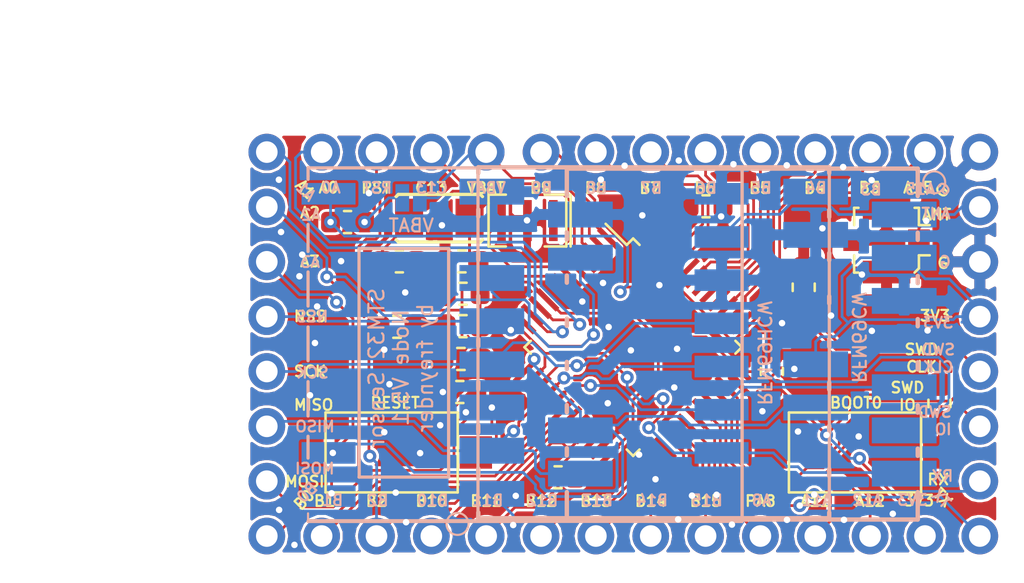
<source format=kicad_pcb>
(kicad_pcb (version 20171130) (host pcbnew 6.0.0-rc1-unknown-d139a49~66~ubuntu18.04.1)
  (layers (0 F.Cu signal) (31 B.Cu signal hide) (34 B.Paste user hide) (35 F.Paste user) (36 B.SilkS user hide) (37 F.SilkS user) (38 B.Mask user hide) (39 F.Mask user) (44 Edge.Cuts user))
  (net 0 "")
  (net 1 GND)
  (net 2 +3V3)
  (net 3 RTCOSC1)
  (net 4 RTCOSC2)
  (net 5 SWDCLK)
  (net 6 SWDIO)
  (net 7 RX)
  (net 8 TX)
  (net 9 PB11)
  (net 10 PB10)
  (net 11 PB1)
  (net 12 PB0)
  (net 13 PA1)
  (net 14 PA0)
  (net 15 BOOT0)
  (net 16 MOSI)
  (net 17 MISO)
  (net 18 SCK)
  (net 19 NSS)
  (net 20 RST)
  (net 21 OSC2)
  (net 22 OSC1)
  (net 23 PA2)
  (net 24 PA3)
  (net 25 PC13)
  (net 26 VBAT)
  (net 27 PB9)
  (net 28 PB8)
  (net 29 PB7)
  (net 30 PB6)
  (net 31 PB5)
  (net 32 PB4)
  (net 33 PB3)
  (net 34 PA15)
  (net 35 PB2)
  (net 36 PB12)
  (net 37 PB13)
  (net 38 PB14)
  (net 39 PB15)
  (net 40 PA8)
  (net 41 PA11)
  (net 42 PA12)
  (net 43 "Net-(C7-Pad2)")
  (net 44 ANT)
  (net 45 "Net-(R2-Pad2)")
  (module custom:HOPERF_RFM69HW-MINPADS (layer B.Cu) (at 140.12 100.62)
    (fp_text reference U3 hide)
    (fp_text value RFM69HW)
    (pad 1 smd rect (at -9.1 7) (size 2.5 1) (layers B.Cu B.Paste B.Mask) (net 23 PA2))
    (pad 2 smd rect (at -9.1 5) (size 2.5 1) (layers B.Cu B.Paste B.Mask) (net 24 PA3))
    (pad 8 smd rect (at -9.1 -7) (size 2.5 1) (layers B.Cu B.Paste B.Mask) (net 2 +3V3))
    (pad 9 smd rect (at 9.1 -7) (size 2.5 1) (layers B.Cu B.Paste B.Mask) (net 1 GND))
    (pad 10 smd rect (at 9.1 -5) (size 2.5 1) (layers B.Cu B.Paste B.Mask) (net 44 ANT))
    (pad 11 smd rect (at 9.1 -3) (size 2.5 1) (layers B.Cu B.Paste B.Mask) (net 1 GND))
    (pad 12 smd rect (at 9.1 -1) (size 2.5 1) (layers B.Cu B.Paste B.Mask) (net 18 SCK))
    (pad 13 smd rect (at 9.1 1) (size 2.5 1) (layers B.Cu B.Paste B.Mask) (net 17 MISO))
    (pad 14 smd rect (at 9.1 3) (size 2.5 1) (layers B.Cu B.Paste B.Mask) (net 16 MOSI))
    (pad 15 smd rect (at 9.1 5) (size 2.5 1) (layers B.Cu B.Paste B.Mask) (net 19 NSS))
  )
  (module custom:RFM69HCW-XXXS2-MINPADS (layer B.Cu) (at 146.08 100.52)
    (fp_text reference U4)
    (fp_text value RFM69HCW)
    (pad 14 smd rect (at 7.49808 2.99974) (size 2.99974 1.19888) (layers B.Cu B.Paste B.Mask) (net 24 PA3))
    (pad 13 smd rect (at 7.49808 0.99822) (size 2.99974 1.19888) (layers B.Cu B.Paste B.Mask) (net 2 +3V3))
    (pad 10 smd rect (at 7.49808 -4.99872) (size 2.99974 1.19888) (layers B.Cu B.Paste B.Mask) (net 1 GND))
    (pad 9 smd rect (at 7.49808 -6.9977) (size 2.99974 1.19888) (layers B.Cu B.Paste B.Mask) (net 44 ANT))
    (pad 8 smd rect (at -7.49808 -6.9977) (size 2.99974 1.19888) (layers B.Cu B.Paste B.Mask) (net 1 GND))
    (pad 6 smd rect (at -7.49808 -2.99974) (size 2.99974 1.19888) (layers B.Cu B.Paste B.Mask) (net 23 PA2))
    (pad 5 smd rect (at -7.49808 -0.99822) (size 2.99974 1.19888) (layers B.Cu B.Paste B.Mask) (net 19 NSS))
    (pad 4 smd rect (at -7.49808 0.99822) (size 2.99974 1.19888) (layers B.Cu B.Paste B.Mask) (net 18 SCK))
    (pad 3 smd rect (at -7.49808 2.99974) (size 2.99974 1.19888) (layers B.Cu B.Paste B.Mask) (net 16 MOSI))
    (pad 2 smd rect (at -7.49808 4.99872) (size 2.99974 1.19888) (layers B.Cu B.Paste B.Mask) (net 17 MISO))
    (pad 1 smd rect (at -7.49808 6.9977) (size 2.99974 1.19888) (layers B.Cu B.Paste B.Mask) (net 1 GND))
  )
  (module custom:RFM69CW-XXXS2-MINPADS (layer B.Cu) (at 150.18 100.58 180)
    (fp_text reference U2)
    (fp_text value RFM69CW)
    (pad 14 smd rect (at 7.49808 5.99948 180) (size 2.99974 1.19888) (layers B.Cu B.Paste B.Mask) (net 1 GND))
    (pad 13 smd rect (at 7.49808 3.99796 180) (size 2.99974 1.19888) (layers B.Cu B.Paste B.Mask) (net 23 PA2))
    (pad 9 smd rect (at 7.49808 -3.99796 180) (size 2.99974 1.19888) (layers B.Cu B.Paste B.Mask) (net 24 PA3))
    (pad 8 smd rect (at 7.49808 -5.99948 180) (size 2.99974 1.19888) (layers B.Cu B.Paste B.Mask) (net 17 MISO))
    (pad 7 smd rect (at -7.49808 -5.99948 180) (size 2.99974 1.19888) (layers B.Cu B.Paste B.Mask) (net 19 NSS))
    (pad 6 smd rect (at -7.49808 -3.99796 180) (size 2.99974 1.19888) (layers B.Cu B.Paste B.Mask) (net 18 SCK))
    (pad 5 smd rect (at -7.49808 -1.99898 180) (size 2.99974 1.19888) (layers B.Cu B.Paste B.Mask) (net 16 MOSI))
    (pad 3 smd rect (at -7.49808 1.99898 180) (size 2.99974 1.19888) (layers B.Cu B.Paste B.Mask) (net 1 GND))
    (pad 2 smd rect (at -7.49808 3.99796 180) (size 2.99974 1.19888) (layers B.Cu B.Paste B.Mask) (net 2 +3V3))
    (pad 1 smd rect (at -7.49808 5.99948 180) (size 2.99974 1.19888) (layers B.Cu B.Paste B.Mask) (net 44 ANT))
  )
  (module "Sparkfun Jumpers:SMT-JUMPER_2_NO_NO-SILK" (layer B.Cu) (at 134.84 93.81 180)
    (fp_text reference JP1 hide)
    (fp_text value "VBAT Jumper" hide)
    (fp_text user VBAT (at -0.01 -1.28 180) (layer B.SilkS) (effects (font (size 0.6 0.6) (thickness 0.1)) (justify mirror)))
    (pad 2 smd rect (at 0.4064 0 180) (size 0.635 1.27) (layers B.Cu B.Mask) (net 43 "Net-(C7-Pad2)"))
    (pad 1 smd rect (at -0.4064 0 180) (size 0.635 1.27) (layers B.Cu B.Mask) (net 26 VBAT))
  )
  (module Button_Switch_SMD:SW_SPST_CK_RS282G05A3 (layer F.Cu) (at 155.4 105.6)
    (fp_text reference SW2 hide)
    (fp_text value SW_BOOT)
    (pad 2 smd rect (at 3.9 0) (size 1.5 1.5) (layers F.Cu F.Paste F.Mask) (net 45 "Net-(R2-Pad2)"))
    (pad 1 smd rect (at -3.9 0) (size 1.5 1.5) (layers F.Cu F.Paste F.Mask) (net 15 BOOT0))
  )
  (module Resistor_SMD:R_0603_1608Metric_Pad1.05x0.95mm_HandSolder (layer F.Cu) (at 134.19 99.78 180)
    (fp_text reference R4)
    (fp_text value 100K)
    (pad 2 smd roundrect (at 0.875 0 180) (size 1.05 0.95) (layers F.Cu F.Paste F.Mask) (net 35 PB2))
    (pad 1 smd roundrect (at -0.875 0 180) (size 1.05 0.95) (layers F.Cu F.Paste F.Mask) (net 1 GND))
  )
  (module Resistor_SMD:R_0603_1608Metric_Pad1.05x0.95mm_HandSolder (layer F.Cu) (at 137.15 101.27 180)
    (fp_text reference R1)
    (fp_text value 10K)
    (pad 2 smd roundrect (at 0.875 0 180) (size 1.05 0.95) (layers F.Cu F.Paste F.Mask) (net 20 RST))
    (pad 1 smd roundrect (at -0.875 0 180) (size 1.05 0.95) (layers F.Cu F.Paste F.Mask) (net 2 +3V3))
  )
  (module Headers:PinHeader_1x12_P2.54mm_Vertical_Clear (layer F.Cu) (at 158.64 91.69 270)
    (fp_text reference J3 hide)
    (fp_text value "Conn Up")
    (pad 1 thru_hole circle (at 0 0 270) (size 1.7 1.7) (drill 1) (layers *.Cu *.Mask) (net 34 PA15))
    (pad 2 thru_hole oval (at 0 2.54 270) (size 1.7 1.7) (drill 1) (layers *.Cu *.Mask) (net 33 PB3))
    (pad 3 thru_hole oval (at 0 5.08 270) (size 1.7 1.7) (drill 1) (layers *.Cu *.Mask) (net 32 PB4))
    (pad 4 thru_hole oval (at 0 7.62 270) (size 1.7 1.7) (drill 1) (layers *.Cu *.Mask) (net 31 PB5))
    (pad 5 thru_hole oval (at 0 10.16 270) (size 1.7 1.7) (drill 1) (layers *.Cu *.Mask) (net 30 PB6))
    (pad 6 thru_hole oval (at 0 12.7 270) (size 1.7 1.7) (drill 1) (layers *.Cu *.Mask) (net 29 PB7))
    (pad 7 thru_hole oval (at 0 15.24 270) (size 1.7 1.7) (drill 1) (layers *.Cu *.Mask) (net 28 PB8))
    (pad 8 thru_hole oval (at 0 17.78 270) (size 1.7 1.7) (drill 1) (layers *.Cu *.Mask) (net 27 PB9))
    (pad 9 thru_hole oval (at 0 20.32 270) (size 1.7 1.7) (drill 1) (layers *.Cu *.Mask) (net 26 VBAT))
    (pad 10 thru_hole oval (at 0 22.86 270) (size 1.7 1.7) (drill 1) (layers *.Cu *.Mask) (net 25 PC13))
    (pad 11 thru_hole oval (at 0 25.4 270) (size 1.7 1.7) (drill 1) (layers *.Cu *.Mask) (net 20 RST))
    (pad 12 thru_hole oval (at 0 27.94 270) (size 1.7 1.7) (drill 1) (layers *.Cu *.Mask) (net 14 PA0))
  )
  (module Resistor_SMD:R_0603_1608Metric_Pad1.05x0.95mm_HandSolder (layer F.Cu) (at 159.31 103.33 270)
    (fp_text reference R2)
    (fp_text value 10K)
    (pad 2 smd roundrect (at 0.875 0 270) (size 1.05 0.95) (layers F.Cu F.Paste F.Mask) (net 45 "Net-(R2-Pad2)"))
    (pad 1 smd roundrect (at -0.875 0 270) (size 1.05 0.95) (layers F.Cu F.Paste F.Mask) (net 2 +3V3))
  )
  (module Crystal:Resonator_SMD_muRata_CSTxExxV-3Pin_3.0x1.1mm (layer F.Cu) (at 140.23 94.86 180)
    (fp_text reference Y2)
    (fp_text value 8Mhz)
    (pad 1 smd rect (at -1.2 0 180) (size 0.4 1.9) (layers F.Cu F.Paste F.Mask) (net 22 OSC1))
    (pad 2 smd rect (at 0 0 180) (size 0.4 1.9) (layers F.Cu F.Paste F.Mask) (net 1 GND))
    (pad 3 smd rect (at 1.2 0 180) (size 0.4 1.9) (layers F.Cu F.Paste F.Mask) (net 21 OSC2))
  )
  (module Headers:PinSocket_1x08_P2.54mm_Vertical_Clear (layer F.Cu) (at 128.16 91.69)
    (fp_text reference J1 hide)
    (fp_text value "Conn Side")
    (pad 8 thru_hole oval (at 0 17.78) (size 1.7 1.7) (drill 1) (layers *.Cu *.Mask) (net 12 PB0))
    (pad 7 thru_hole oval (at 0 15.24) (size 1.7 1.7) (drill 1) (layers *.Cu *.Mask) (net 16 MOSI))
    (pad 6 thru_hole oval (at 0 12.7) (size 1.7 1.7) (drill 1) (layers *.Cu *.Mask) (net 17 MISO))
    (pad 5 thru_hole oval (at 0 10.16) (size 1.7 1.7) (drill 1) (layers *.Cu *.Mask) (net 18 SCK))
    (pad 4 thru_hole oval (at 0 7.62) (size 1.7 1.7) (drill 1) (layers *.Cu *.Mask) (net 19 NSS))
    (pad 3 thru_hole oval (at 0 5.08) (size 1.7 1.7) (drill 1) (layers *.Cu *.Mask) (net 24 PA3))
    (pad 2 thru_hole oval (at 0 2.54) (size 1.7 1.7) (drill 1) (layers *.Cu *.Mask) (net 23 PA2))
    (pad 1 thru_hole circle (at 0 0) (size 1.7 1.7) (drill 1) (layers *.Cu *.Mask) (net 13 PA1))
  )
  (module Headers:PinSocket_1x08_P2.54mm_Vertical_Clear (layer F.Cu) (at 161.18 91.69)
    (fp_text reference J4 hide)
    (fp_text value "Conn Prog")
    (pad 8 thru_hole oval (at 0 17.78) (size 1.7 1.7) (drill 1) (layers *.Cu *.Mask) (net 8 TX))
    (pad 7 thru_hole oval (at 0 15.24) (size 1.7 1.7) (drill 1) (layers *.Cu *.Mask) (net 7 RX))
    (pad 6 thru_hole oval (at 0 12.7) (size 1.7 1.7) (drill 1) (layers *.Cu *.Mask) (net 6 SWDIO))
    (pad 5 thru_hole oval (at 0 10.16) (size 1.7 1.7) (drill 1) (layers *.Cu *.Mask) (net 5 SWDCLK))
    (pad 4 thru_hole oval (at 0 7.62) (size 1.7 1.7) (drill 1) (layers *.Cu *.Mask) (net 2 +3V3))
    (pad 3 thru_hole oval (at 0 5.08) (size 1.7 1.7) (drill 1) (layers *.Cu *.Mask) (net 1 GND))
    (pad 2 thru_hole oval (at 0 2.54) (size 1.7 1.7) (drill 1) (layers *.Cu *.Mask) (net 44 ANT))
    (pad 1 thru_hole circle (at 0 0) (size 1.7 1.7) (drill 1) (layers *.Cu *.Mask) (net 1 GND))
  )
  (module Headers:PinHeader_1x12_P2.54mm_Vertical_Clear (layer F.Cu) (at 130.7 109.47 90)
    (fp_text reference J2 hide)
    (fp_text value "Conn Down")
    (pad 1 thru_hole circle (at 0 0 90) (size 1.7 1.7) (drill 1) (layers *.Cu *.Mask) (net 11 PB1))
    (pad 2 thru_hole oval (at 0 2.54 90) (size 1.7 1.7) (drill 1) (layers *.Cu *.Mask) (net 35 PB2))
    (pad 3 thru_hole oval (at 0 5.08 90) (size 1.7 1.7) (drill 1) (layers *.Cu *.Mask) (net 10 PB10))
    (pad 4 thru_hole oval (at 0 7.62 90) (size 1.7 1.7) (drill 1) (layers *.Cu *.Mask) (net 9 PB11))
    (pad 5 thru_hole oval (at 0 10.16 90) (size 1.7 1.7) (drill 1) (layers *.Cu *.Mask) (net 36 PB12))
    (pad 6 thru_hole oval (at 0 12.7 90) (size 1.7 1.7) (drill 1) (layers *.Cu *.Mask) (net 37 PB13))
    (pad 7 thru_hole oval (at 0 15.24 90) (size 1.7 1.7) (drill 1) (layers *.Cu *.Mask) (net 38 PB14))
    (pad 8 thru_hole oval (at 0 17.78 90) (size 1.7 1.7) (drill 1) (layers *.Cu *.Mask) (net 39 PB15))
    (pad 9 thru_hole oval (at 0 20.32 90) (size 1.7 1.7) (drill 1) (layers *.Cu *.Mask) (net 40 PA8))
    (pad 10 thru_hole oval (at 0 22.86 90) (size 1.7 1.7) (drill 1) (layers *.Cu *.Mask) (net 41 PA11))
    (pad 11 thru_hole oval (at 0 25.4 90) (size 1.7 1.7) (drill 1) (layers *.Cu *.Mask) (net 42 PA12))
    (pad 12 thru_hole oval (at 0 27.94 90) (size 1.7 1.7) (drill 1) (layers *.Cu *.Mask) (net 2 +3V3))
  )
  (module Button_Switch_SMD:SW_SPST_CK_RS282G05A3 (layer F.Cu) (at 133.94 105.6)
    (fp_text reference SW1 hide)
    (fp_text value SW_Reset)
    (pad 2 smd rect (at 3.9 0) (size 1.5 1.5) (layers F.Cu F.Paste F.Mask) (net 20 RST))
    (pad 1 smd rect (at -3.9 0) (size 1.5 1.5) (layers F.Cu F.Paste F.Mask) (net 1 GND))
  )
  (module Capacitor_SMD:C_0603_1608Metric (layer F.Cu) (at 137.1 102.8 180)
    (fp_text reference C1)
    (fp_text value 1uF)
    (pad 2 smd roundrect (at 0.7875 0 180) (size 0.875 0.95) (layers F.Cu F.Paste F.Mask) (net 1 GND))
    (pad 1 smd roundrect (at -0.7875 0 180) (size 0.875 0.95) (layers F.Cu F.Paste F.Mask) (net 20 RST))
  )
  (module Capacitor_SMD:C_0603_1608Metric (layer F.Cu) (at 151.55 101.85 90)
    (fp_text reference C2)
    (fp_text value 0.1uF)
    (pad 2 smd roundrect (at 0.7875 0 90) (size 0.875 0.95) (layers F.Cu F.Paste F.Mask) (net 1 GND))
    (pad 1 smd roundrect (at -0.7875 0 90) (size 0.875 0.95) (layers F.Cu F.Paste F.Mask) (net 2 +3V3))
  )
  (module Capacitor_SMD:C_0603_1608Metric (layer F.Cu) (at 148.5 94.2)
    (fp_text reference C3)
    (fp_text value 0.1uF)
    (pad 1 smd roundrect (at -0.7875 0) (size 0.875 0.95) (layers F.Cu F.Paste F.Mask) (net 2 +3V3))
    (pad 2 smd roundrect (at 0.7875 0) (size 0.875 0.95) (layers F.Cu F.Paste F.Mask) (net 1 GND))
  )
  (module Capacitor_SMD:C_0603_1608Metric (layer F.Cu) (at 141.65 106.75 180)
    (fp_text reference C4)
    (fp_text value 0.1uF)
    (pad 2 smd roundrect (at 0.7875 0 180) (size 0.875 0.95) (layers F.Cu F.Paste F.Mask) (net 1 GND))
    (pad 1 smd roundrect (at -0.7875 0 180) (size 0.875 0.95) (layers F.Cu F.Paste F.Mask) (net 2 +3V3))
  )
  (module Capacitor_SMD:C_0603_1608Metric (layer F.Cu) (at 137.25 99.75 180)
    (fp_text reference C5)
    (fp_text value 0.1uF)
    (pad 1 smd roundrect (at -0.7875 0 180) (size 0.875 0.95) (layers F.Cu F.Paste F.Mask) (net 2 +3V3))
    (pad 2 smd roundrect (at 0.7875 0 180) (size 0.875 0.95) (layers F.Cu F.Paste F.Mask) (net 1 GND))
  )
  (module Capacitor_SMD:C_0603_1608Metric (layer F.Cu) (at 137.25 98.25 180)
    (fp_text reference C6)
    (fp_text value 10uF)
    (pad 1 smd roundrect (at -0.7875 0 180) (size 0.875 0.95) (layers F.Cu F.Paste F.Mask) (net 2 +3V3))
    (pad 2 smd roundrect (at 0.7875 0 180) (size 0.875 0.95) (layers F.Cu F.Paste F.Mask) (net 1 GND))
  )
  (module Capacitor_SMD:C_0603_1608Metric (layer F.Cu) (at 131.9 94.93)
    (fp_text reference C7)
    (fp_text value 100nF)
    (pad 2 smd roundrect (at 0.7875 0) (size 0.875 0.95) (layers F.Cu F.Paste F.Mask) (net 43 "Net-(C7-Pad2)"))
    (pad 1 smd roundrect (at -0.7875 0) (size 0.875 0.95) (layers F.Cu F.Paste F.Mask) (net 2 +3V3))
  )
  (module Capacitor_SMD:C_0603_1608Metric (layer F.Cu) (at 134.3 96.75)
    (fp_text reference C8)
    (fp_text value 10pF)
    (pad 2 smd roundrect (at 0.7875 0) (size 0.875 0.95) (layers F.Cu F.Paste F.Mask) (net 1 GND))
    (pad 1 smd roundrect (at -0.7875 0) (size 0.875 0.95) (layers F.Cu F.Paste F.Mask) (net 3 RTCOSC1))
  )
  (module Capacitor_SMD:C_0603_1608Metric (layer F.Cu) (at 137.2 96.75 180)
    (fp_text reference C9)
    (fp_text value 10pF)
    (pad 2 smd roundrect (at 0.7875 0 180) (size 0.875 0.95) (layers F.Cu F.Paste F.Mask) (net 1 GND))
    (pad 1 smd roundrect (at -0.7875 0 180) (size 0.875 0.95) (layers F.Cu F.Paste F.Mask) (net 4 RTCOSC2))
  )
  (module Resistor_SMD:R_0603_1608Metric_Pad1.05x0.95mm_HandSolder (layer F.Cu) (at 153.025 97.95 270)
    (fp_text reference R3)
    (fp_text value 100K)
    (pad 2 smd roundrect (at 0.875 0 270) (size 1.05 0.95) (layers F.Cu F.Paste F.Mask) (net 15 BOOT0))
    (pad 1 smd roundrect (at -0.875 0 270) (size 1.05 0.95) (layers F.Cu F.Paste F.Mask) (net 1 GND))
  )
  (module Package_QFP:LQFP-48_7x7mm_P0.5mm (layer F.Cu) (at 145.125 100.725 315)
    (fp_text reference U1 hide)
    (fp_text value STM32F103C8Tx hide)
    (pad 1 smd rect (at -4.35 -2.75 315) (size 1.3 0.25) (layers F.Cu F.Paste F.Mask) (net 26 VBAT))
    (pad 2 smd rect (at -4.35 -2.25 315) (size 1.3 0.25) (layers F.Cu F.Paste F.Mask) (net 25 PC13))
    (pad 3 smd rect (at -4.35 -1.749999 315) (size 1.3 0.25) (layers F.Cu F.Paste F.Mask) (net 3 RTCOSC1))
    (pad 4 smd rect (at -4.35 -1.25 315) (size 1.3 0.25) (layers F.Cu F.Paste F.Mask) (net 4 RTCOSC2))
    (pad 5 smd rect (at -4.35 -0.750001 315) (size 1.3 0.25) (layers F.Cu F.Paste F.Mask) (net 22 OSC1))
    (pad 6 smd rect (at -4.35 -0.25 315) (size 1.3 0.25) (layers F.Cu F.Paste F.Mask) (net 21 OSC2))
    (pad 7 smd rect (at -4.35 0.25 315) (size 1.3 0.25) (layers F.Cu F.Paste F.Mask) (net 20 RST))
    (pad 8 smd rect (at -4.35 0.750001 315) (size 1.3 0.25) (layers F.Cu F.Paste F.Mask) (net 1 GND))
    (pad 9 smd rect (at -4.35 1.25 315) (size 1.3 0.25) (layers F.Cu F.Paste F.Mask) (net 2 +3V3))
    (pad 10 smd rect (at -4.35 1.749999 315) (size 1.3 0.25) (layers F.Cu F.Paste F.Mask) (net 14 PA0))
    (pad 11 smd rect (at -4.35 2.25 315) (size 1.3 0.25) (layers F.Cu F.Paste F.Mask) (net 13 PA1))
    (pad 12 smd rect (at -4.35 2.75 315) (size 1.3 0.25) (layers F.Cu F.Paste F.Mask) (net 23 PA2))
    (pad 13 smd rect (at -2.75 4.35 45) (size 1.3 0.25) (layers F.Cu F.Paste F.Mask) (net 24 PA3))
    (pad 14 smd rect (at -2.25 4.35 45) (size 1.3 0.25) (layers F.Cu F.Paste F.Mask) (net 19 NSS))
    (pad 15 smd rect (at -1.749999 4.35 45) (size 1.3 0.25) (layers F.Cu F.Paste F.Mask) (net 18 SCK))
    (pad 16 smd rect (at -1.25 4.35 45) (size 1.3 0.25) (layers F.Cu F.Paste F.Mask) (net 17 MISO))
    (pad 17 smd rect (at -0.750001 4.35 45) (size 1.3 0.25) (layers F.Cu F.Paste F.Mask) (net 16 MOSI))
    (pad 18 smd rect (at -0.25 4.35 45) (size 1.3 0.25) (layers F.Cu F.Paste F.Mask) (net 12 PB0))
    (pad 19 smd rect (at 0.25 4.35 45) (size 1.3 0.25) (layers F.Cu F.Paste F.Mask) (net 11 PB1))
    (pad 20 smd rect (at 0.750001 4.35 45) (size 1.3 0.25) (layers F.Cu F.Paste F.Mask) (net 35 PB2))
    (pad 21 smd rect (at 1.25 4.35 45) (size 1.3 0.25) (layers F.Cu F.Paste F.Mask) (net 10 PB10))
    (pad 22 smd rect (at 1.749999 4.35 45) (size 1.3 0.25) (layers F.Cu F.Paste F.Mask) (net 9 PB11))
    (pad 23 smd rect (at 2.25 4.35 45) (size 1.3 0.25) (layers F.Cu F.Paste F.Mask) (net 1 GND))
    (pad 24 smd rect (at 2.75 4.35 45) (size 1.3 0.25) (layers F.Cu F.Paste F.Mask) (net 2 +3V3))
    (pad 25 smd rect (at 4.35 2.75 315) (size 1.3 0.25) (layers F.Cu F.Paste F.Mask) (net 36 PB12))
    (pad 26 smd rect (at 4.35 2.25 315) (size 1.3 0.25) (layers F.Cu F.Paste F.Mask) (net 37 PB13))
    (pad 27 smd rect (at 4.35 1.749999 315) (size 1.3 0.25) (layers F.Cu F.Paste F.Mask) (net 38 PB14))
    (pad 28 smd rect (at 4.35 1.25 315) (size 1.3 0.25) (layers F.Cu F.Paste F.Mask) (net 39 PB15))
    (pad 29 smd rect (at 4.35 0.750001 315) (size 1.3 0.25) (layers F.Cu F.Paste F.Mask) (net 40 PA8))
    (pad 30 smd rect (at 4.35 0.25 315) (size 1.3 0.25) (layers F.Cu F.Paste F.Mask) (net 8 TX))
    (pad 31 smd rect (at 4.35 -0.25 315) (size 1.3 0.25) (layers F.Cu F.Paste F.Mask) (net 7 RX))
    (pad 32 smd rect (at 4.35 -0.750001 315) (size 1.3 0.25) (layers F.Cu F.Paste F.Mask) (net 41 PA11))
    (pad 33 smd rect (at 4.35 -1.25 315) (size 1.3 0.25) (layers F.Cu F.Paste F.Mask) (net 42 PA12))
    (pad 34 smd rect (at 4.35 -1.749999 315) (size 1.3 0.25) (layers F.Cu F.Paste F.Mask) (net 6 SWDIO))
    (pad 35 smd rect (at 4.35 -2.25 315) (size 1.3 0.25) (layers F.Cu F.Paste F.Mask) (net 1 GND))
    (pad 36 smd rect (at 4.35 -2.75 315) (size 1.3 0.25) (layers F.Cu F.Paste F.Mask) (net 2 +3V3))
    (pad 37 smd rect (at 2.75 -4.35 45) (size 1.3 0.25) (layers F.Cu F.Paste F.Mask) (net 5 SWDCLK))
    (pad 38 smd rect (at 2.25 -4.35 45) (size 1.3 0.25) (layers F.Cu F.Paste F.Mask) (net 34 PA15))
    (pad 39 smd rect (at 1.749999 -4.35 45) (size 1.3 0.25) (layers F.Cu F.Paste F.Mask) (net 33 PB3))
    (pad 40 smd rect (at 1.25 -4.35 45) (size 1.3 0.25) (layers F.Cu F.Paste F.Mask) (net 32 PB4))
    (pad 41 smd rect (at 0.750001 -4.35 45) (size 1.3 0.25) (layers F.Cu F.Paste F.Mask) (net 31 PB5))
    (pad 42 smd rect (at 0.25 -4.35 45) (size 1.3 0.25) (layers F.Cu F.Paste F.Mask) (net 30 PB6))
    (pad 43 smd rect (at -0.25 -4.35 45) (size 1.3 0.25) (layers F.Cu F.Paste F.Mask) (net 29 PB7))
    (pad 44 smd rect (at -0.750001 -4.35 45) (size 1.3 0.25) (layers F.Cu F.Paste F.Mask) (net 15 BOOT0))
    (pad 45 smd rect (at -1.25 -4.35 45) (size 1.3 0.25) (layers F.Cu F.Paste F.Mask) (net 28 PB8))
    (pad 46 smd rect (at -1.749999 -4.35 45) (size 1.3 0.25) (layers F.Cu F.Paste F.Mask) (net 27 PB9))
    (pad 47 smd rect (at -2.25 -4.35 45) (size 1.3 0.25) (layers F.Cu F.Paste F.Mask) (net 1 GND))
    (pad 48 smd rect (at -2.75 -4.35 45) (size 1.3 0.25) (layers F.Cu F.Paste F.Mask) (net 2 +3V3))
  )
  (module NPFootprints:Seeedstudio-32kHz_Crystal-FC135 (layer F.Cu) (at 136.15 94.75)
    (fp_text reference Y1)
    (fp_text value "32768 Crystal")
    (pad 2 smd rect (at 1.4 0) (size 1.3 1.8) (layers F.Cu F.Paste F.Mask) (net 4 RTCOSC2))
    (pad 1 smd rect (at -1.4 0) (size 1.3 1.8) (layers F.Cu F.Paste F.Mask) (net 3 RTCOSC1))
  )
  (module Connector_Coaxial:U.FL_Molex_MCRF_73412-0110_Vertical (layer F.Cu) (at 156.86 95.77 90)
    (fp_text reference J5)
    (fp_text value u.FL)
    (pad 2 smd rect (at -1.475 0 90) (size 1.05 2.2) (layers F.Cu F.Paste F.Mask) (net 1 GND))
    (pad 2 smd rect (at 1.475 0 90) (size 1.05 2.2) (layers F.Cu F.Paste F.Mask) (net 1 GND))
    (pad 2 smd rect (at 0 -1.5 90) (size 1 1) (layers F.Cu F.Paste F.Mask) (net 1 GND))
    (pad 1 smd rect (at 0 1.5 90) (size 1 1) (layers F.Cu F.Paste F.Mask) (net 44 ANT))
  )
  (gr_line (start 130.07 104.85) (end 130.07 105.86) (layer B.SilkS) (width 0.15))
  (gr_line (start 130.07 102.32) (end 130.07 103.91) (layer B.SilkS) (width 0.15))
  (gr_line (start 130.07 99.79) (end 130.07 101.35) (layer B.SilkS) (width 0.15))
  (gr_line (start 130.07 97.24) (end 130.07 98.82) (layer B.SilkS) (width 0.15))
  (gr_line (start 130.07 95.04) (end 130.07 96.29) (layer B.SilkS) (width 0.15))
  (gr_line (start 130.07 92.8) (end 130.07 92.95) (layer B.SilkS) (width 0.15))
  (gr_line (start 130.07 92.41) (end 130.07 92.8) (layer B.SilkS) (width 0.15))
  (gr_line (start 150.16 108.76) (end 130.09 108.76) (layer B.SilkS) (width 0.15))
  (gr_line (start 130.07 92.42) (end 150.15 92.42) (layer B.SilkS) (width 0.15))
  (gr_line (start 150.17 108.79) (end 150.17 92.44) (layer B.SilkS) (width 0.15))
  (gr_line (start 130.07 108.79) (end 150.17 108.79) (layer B.SilkS) (width 0.15))
  (gr_line (start 137.94 92.4) (end 137.94 108.63) (layer B.SilkS) (width 0.15))
  (gr_line (start 154.21 92.45) (end 154.21 108.67) (layer B.SilkS) (width 0.15))
  (gr_line (start 150.17 92.43) (end 150.17 108.68) (layer B.SilkS) (width 0.15))
  (gr_text RFM69HCW (at 151.2 100.99 270) (layer B.SilkS) (effects (font (size 0.6 0.6) (thickness 0.1)) (justify mirror)))
  (gr_text "STM32 Sensor\nNode V5.1\nby freynder" (at 134.37 101.68 90) (layer B.SilkS) (effects (font (size 0.7 0.7) (thickness 0.1)) (justify mirror)))
  (gr_line (start 136.58 106.74) (end 136.58 96.18) (layer B.SilkS) (width 0.15))
  (gr_line (start 132.43 106.74) (end 136.58 106.74) (layer B.SilkS) (width 0.15))
  (gr_line (start 132.43 96.16) (end 132.44 106.74) (layer B.SilkS) (width 0.15))
  (gr_line (start 136.59 96.16) (end 132.43 96.16) (layer B.SilkS) (width 0.15))
  (gr_text "SWD\nCLK" (at 159.25 101.24) (layer B.SilkS) (effects (font (size 0.5 0.5) (thickness 0.1)) (justify mirror)))
  (gr_text RFM69CW (at 155.57 100.27 270) (layer B.SilkS) (effects (font (size 0.6 0.6) (thickness 0.1)) (justify mirror)))
  (gr_text BOOT0 (at 155.45 103.3) (layer F.SilkS) (effects (font (size 0.5 0.5) (thickness 0.1))))
  (gr_text RESET (at 134.1 103.3) (layer F.SilkS) (effects (font (size 0.5 0.5) (thickness 0.1))))
  (gr_text "SWD\nIO" (at 159.93 104.13) (layer B.SilkS) (effects (font (size 0.5 0.5) (thickness 0.1)) (justify left mirror)))
  (gr_text B9 (at 140.890891 93.348538) (layer B.SilkS) (effects (font (size 0.5 0.5) (thickness 0.1)) (justify mirror)))
  (gr_text SCK (at 130.28 101.91) (layer B.SilkS) (effects (font (size 0.5 0.5) (thickness 0.1)) (justify mirror)))
  (gr_text G (at 159.54 93.38 45) (layer B.SilkS) (effects (font (size 0.5 0.5) (thickness 0.1)) (justify mirror)))
  (gr_text B12 (at 140.920891 107.818538) (layer B.SilkS) (effects (font (size 0.5 0.5) (thickness 0.1)) (justify mirror)))
  (gr_text RX (at 159.45 106.69) (layer B.SilkS) (effects (font (size 0.5 0.5) (thickness 0.1)) (justify mirror)))
  (gr_text NSS (at 130.26 99.31) (layer B.SilkS) (effects (font (size 0.5 0.5) (thickness 0.1)) (justify mirror)))
  (gr_text B6 (at 148.510891 93.348538) (layer B.SilkS) (effects (font (size 0.5 0.5) (thickness 0.1)) (justify mirror)))
  (gr_text A15 (at 158.42 93.4) (layer B.SilkS) (effects (font (size 0.5 0.5) (thickness 0.1)) (justify mirror)))
  (gr_text A2 (at 130.2 94.6) (layer B.SilkS) (effects (font (size 0.5 0.5) (thickness 0.1)) (justify mirror)))
  (gr_text TX (at 159.39 107.75 315) (layer B.SilkS) (effects (font (size 0.5 0.5) (thickness 0.1)) (justify mirror)))
  (gr_text C13 (at 135.810891 93.348538) (layer B.SilkS) (effects (font (size 0.5 0.5) (thickness 0.1)) (justify mirror)))
  (gr_text 3V3 (at 159.25 99.59) (layer B.SilkS) (effects (font (size 0.5 0.5) (thickness 0.1)) (justify mirror)))
  (gr_text B10 (at 135.840891 107.818538) (layer B.SilkS) (effects (font (size 0.5 0.5) (thickness 0.1)) (justify mirror)))
  (gr_text VBAT (at 138.350891 93.348538) (layer B.SilkS) (effects (font (size 0.5 0.5) (thickness 0.1)) (justify mirror)))
  (gr_text A0 (at 131.12 93.34) (layer B.SilkS) (effects (font (size 0.5 0.5) (thickness 0.1)) (justify mirror)))
  (gr_text B0 (at 130.03 107.45 45) (layer B.SilkS) (effects (font (size 0.5 0.5) (thickness 0.1)) (justify mirror)))
  (gr_text B1 (at 131.2 107.81) (layer B.SilkS) (effects (font (size 0.5 0.5) (thickness 0.1)) (justify mirror)))
  (gr_text B3 (at 156.14 93.43) (layer B.SilkS) (effects (font (size 0.5 0.5) (thickness 0.1)) (justify mirror)))
  (gr_text B2 (at 133.300891 107.818538) (layer B.SilkS) (effects (font (size 0.5 0.5) (thickness 0.1)) (justify mirror)))
  (gr_text B11 (at 138.380891 107.818538) (layer B.SilkS) (effects (font (size 0.5 0.5) (thickness 0.1)) (justify mirror)))
  (gr_text B14 (at 146.000891 107.818538) (layer B.SilkS) (effects (font (size 0.5 0.5) (thickness 0.1)) (justify mirror)))
  (gr_text 3V3 (at 158.05 107.8) (layer B.SilkS) (effects (font (size 0.5 0.5) (thickness 0.1)) (justify mirror)))
  (gr_text B15 (at 148.540891 107.818538) (layer B.SilkS) (effects (font (size 0.5 0.5) (thickness 0.1)) (justify mirror)))
  (gr_text A12 (at 155.97 107.8) (layer B.SilkS) (effects (font (size 0.5 0.5) (thickness 0.1)) (justify mirror)))
  (gr_text B7 (at 145.970891 93.348538) (layer B.SilkS) (effects (font (size 0.5 0.5) (thickness 0.1)) (justify mirror)))
  (gr_text RST (at 133.270891 93.348538) (layer B.SilkS) (effects (font (size 0.5 0.5) (thickness 0.1)) (justify mirror)))
  (gr_text A3 (at 130.160891 96.782538) (layer B.SilkS) (effects (font (size 0.5 0.5) (thickness 0.1)) (justify mirror)))
  (gr_text B4 (at 153.590891 93.348538) (layer B.SilkS) (effects (font (size 0.5 0.5) (thickness 0.1)) (justify mirror)))
  (gr_text A1 (at 129.97 93.51 315) (layer B.SilkS) (effects (font (size 0.5 0.5) (thickness 0.1)) (justify mirror)))
  (gr_text G (at 159.58 96.77) (layer B.SilkS) (effects (font (size 0.5 0.5) (thickness 0.1)) (justify mirror)))
  (gr_text B8 (at 143.430891 93.348538) (layer B.SilkS) (effects (font (size 0.5 0.5) (thickness 0.1)) (justify mirror)))
  (gr_text B13 (at 143.460891 107.818538) (layer B.SilkS) (effects (font (size 0.5 0.5) (thickness 0.1)) (justify mirror)))
  (gr_text MOSI (at 130.38 106.35) (layer B.SilkS) (effects (font (size 0.5 0.5) (thickness 0.1)) (justify mirror)))
  (gr_text ANT (at 159.15 94.54) (layer B.SilkS) (effects (font (size 0.5 0.5) (thickness 0.1)) (justify mirror)))
  (gr_text MISO (at 130.39 104.4) (layer B.SilkS) (effects (font (size 0.5 0.5) (thickness 0.1)) (justify mirror)))
  (gr_text B5 (at 151.050891 93.348538) (layer B.SilkS) (effects (font (size 0.5 0.5) (thickness 0.1)) (justify mirror)))
  (gr_text A8 (at 151.080891 107.818538) (layer B.SilkS) (effects (font (size 0.5 0.5) (thickness 0.1)) (justify mirror)))
  (gr_text A11 (at 153.620891 107.818538) (layer B.SilkS) (effects (font (size 0.5 0.5) (thickness 0.1)) (justify mirror)))
  (gr_text 3V3 (at 159.11 99.27) (layer F.SilkS) (effects (font (size 0.5 0.5) (thickness 0.1))))
  (gr_text "SWD\nCLK" (at 158.48 101.23) (layer F.SilkS) (effects (font (size 0.5 0.5) (thickness 0.1))))
  (gr_text RX (at 159.25 106.85) (layer F.SilkS) (effects (font (size 0.5 0.5) (thickness 0.1))))
  (gr_text "SWD\nIO" (at 157.83 103) (layer F.SilkS) (effects (font (size 0.5 0.5) (thickness 0.1))))
  (gr_text ANT (at 159.18 94.59) (layer F.SilkS) (effects (font (size 0.5 0.5) (thickness 0.1))))
  (gr_text G (at 159.47 96.83) (layer F.SilkS) (effects (font (size 0.5 0.5) (thickness 0.1))))
  (gr_text MOSI (at 129.92 106.95) (layer F.SilkS) (effects (font (size 0.5 0.5) (thickness 0.1))))
  (gr_text MISO (at 130.33 103.4) (layer F.SilkS) (effects (font (size 0.5 0.5) (thickness 0.1))))
  (gr_text SCK (at 130.16 101.842) (layer F.SilkS) (effects (font (size 0.5 0.5) (thickness 0.1))))
  (gr_text NSS (at 130.16 99.298) (layer F.SilkS) (effects (font (size 0.5 0.5) (thickness 0.1))))
  (gr_text A3 (at 130.16 96.754) (layer F.SilkS) (effects (font (size 0.5 0.5) (thickness 0.1))))
  (gr_text A2 (at 130.16 94.5) (layer F.SilkS) (effects (font (size 0.5 0.5) (thickness 0.1))))
  (gr_text TX (at 159.46 107.69 315) (layer F.SilkS) (effects (font (size 0.5 0.5) (thickness 0.1))))
  (gr_text G (at 159.43 93.51 45) (layer F.SilkS) (effects (font (size 0.5 0.5) (thickness 0.1))))
  (gr_text B0 (at 129.9 107.79 45) (layer F.SilkS) (effects (font (size 0.5 0.5) (thickness 0.1))))
  (gr_text A1 (at 129.94 93.41 -45) (layer F.SilkS) (effects (font (size 0.5 0.5) (thickness 0.1))))
  (gr_text B12 (at 140.86 107.85) (layer F.SilkS) (effects (font (size 0.5 0.5) (thickness 0.1))))
  (gr_text B10 (at 135.78 107.85) (layer F.SilkS) (effects (font (size 0.5 0.5) (thickness 0.1))))
  (gr_text B1 (at 130.84 107.85) (layer F.SilkS) (effects (font (size 0.5 0.5) (thickness 0.1))))
  (gr_text B2 (at 133.24 107.85) (layer F.SilkS) (effects (font (size 0.5 0.5) (thickness 0.1))))
  (gr_text B11 (at 138.32 107.85) (layer F.SilkS) (effects (font (size 0.5 0.5) (thickness 0.1))))
  (gr_text B14 (at 145.94 107.85) (layer F.SilkS) (effects (font (size 0.5 0.5) (thickness 0.1))))
  (gr_text 3V3 (at 158.36 107.83) (layer F.SilkS) (effects (font (size 0.5 0.5) (thickness 0.1))))
  (gr_text B15 (at 148.48 107.85) (layer F.SilkS) (effects (font (size 0.5 0.5) (thickness 0.1))))
  (gr_text A12 (at 156.1 107.85) (layer F.SilkS) (effects (font (size 0.5 0.5) (thickness 0.1))))
  (gr_text B13 (at 143.4 107.85) (layer F.SilkS) (effects (font (size 0.5 0.5) (thickness 0.1))))
  (gr_text PA8 (at 151.02 107.85) (layer F.SilkS) (effects (font (size 0.5 0.5) (thickness 0.1))))
  (gr_text A11 (at 153.56 107.85) (layer F.SilkS) (effects (font (size 0.5 0.5) (thickness 0.1))))
  (gr_text B5 (at 150.99 93.36) (layer F.SilkS) (effects (font (size 0.5 0.5) (thickness 0.1))))
  (gr_text B3 (at 156.07 93.34) (layer F.SilkS) (effects (font (size 0.5 0.5) (thickness 0.1))))
  (gr_text A15 (at 158.33 93.34) (layer F.SilkS) (effects (font (size 0.5 0.5) (thickness 0.1))))
  (gr_text B4 (at 153.53 93.36) (layer F.SilkS) (effects (font (size 0.5 0.5) (thickness 0.1))))
  (gr_text B7 (at 145.91 93.36) (layer F.SilkS) (effects (font (size 0.5 0.5) (thickness 0.1))))
  (gr_text B9 (at 140.84 93.35) (layer F.SilkS) (effects (font (size 0.5 0.5) (thickness 0.1))))
  (gr_text B8 (at 143.38 93.35) (layer F.SilkS) (effects (font (size 0.5 0.5) (thickness 0.1))))
  (gr_text B6 (at 148.45 93.36) (layer F.SilkS) (effects (font (size 0.5 0.5) (thickness 0.1))))
  (gr_text C13 (at 135.76 93.35) (layer F.SilkS) (effects (font (size 0.5 0.5) (thickness 0.1))))
  (gr_text VBAT (at 138.3 93.35) (layer F.SilkS) (effects (font (size 0.5 0.5) (thickness 0.1))))
  (gr_text RST (at 133.22 93.35) (layer F.SilkS) (effects (font (size 0.5 0.5) (thickness 0.1))))
  (gr_text A0 (at 131.02 93.34) (layer F.SilkS) (effects (font (size 0.5 0.5) (thickness 0.1))))
  (gr_line (start 126.89 90.42) (end 126.89 110.74) (layer Edge.Cuts) (width 0.001))
  (gr_line (start 162.45 110.74) (end 126.89 110.74) (layer Edge.Cuts) (width 0.001))
  (gr_line (start 162.45 90.42) (end 162.45 110.74) (layer Edge.Cuts) (width 0.001))
  (gr_line (start 126.89 90.42) (end 162.45 90.42) (layer Edge.Cuts) (width 0.001))
  (via (at 139.69 107.61) (size 0.6) (drill 0.3) (layers F.Cu B.Cu) (net 1))
  (via (at 140.21 94.85) (size 0.6) (drill 0.3) (layers F.Cu B.Cu) (net 1))
  (segment (start 140.8625 106.75) (end 140.58479 106.75) (width 0.127) (layer F.Cu) (net 1))
  (via (at 148.99 107.56) (size 0.6) (drill 0.3) (layers F.Cu B.Cu) (net 1))
  (via (at 146.16 106.84) (size 0.6) (drill 0.3) (layers F.Cu B.Cu) (net 1))
  (via (at 149.7 108.94) (size 0.6) (drill 0.3) (layers F.Cu B.Cu) (net 1))
  (via (at 147.21 108.7) (size 0.6) (drill 0.3) (layers F.Cu B.Cu) (net 1))
  (via (at 147.85 107.6) (size 0.6) (drill 0.3) (layers F.Cu B.Cu) (net 1))
  (via (at 133.84 102.44) (size 0.6) (drill 0.3) (layers F.Cu B.Cu) (net 1))
  (via (at 130.16 102.95) (size 0.6) (drill 0.3) (layers F.Cu B.Cu) (net 1))
  (via (at 130.39 100.53) (size 0.6) (drill 0.3) (layers F.Cu B.Cu) (net 1))
  (via (at 130.49 98.84) (size 0.6) (drill 0.3) (layers F.Cu B.Cu) (net 1))
  (via (at 145.55 94.62) (size 0.6) (drill 0.3) (layers F.Cu B.Cu) (net 1))
  (via (at 143.99 99.79) (size 0.6) (drill 0.3) (layers F.Cu B.Cu) (net 1))
  (via (at 134.61 108.83) (size 0.6) (drill 0.3) (layers F.Cu B.Cu) (net 1))
  (via (at 147.03 102.59) (size 0.6) (drill 0.3) (layers F.Cu B.Cu) (net 1))
  (via (at 145.02 100.87) (size 0.6) (drill 0.3) (layers F.Cu B.Cu) (net 1))
  (via (at 128.72 92.97) (size 0.6) (drill 0.3) (layers F.Cu B.Cu) (net 1))
  (via (at 154.85 92.38) (size 0.6) (drill 0.3) (layers F.Cu B.Cu) (net 1))
  (via (at 152.24 92.3) (size 0.6) (drill 0.3) (layers F.Cu B.Cu) (net 1))
  (via (at 149.77 92.25) (size 0.6) (drill 0.3) (layers F.Cu B.Cu) (net 1))
  (via (at 144.73 92.32) (size 0.6) (drill 0.3) (layers F.Cu B.Cu) (net 1))
  (via (at 139.57 108.96) (size 0.6) (drill 0.3) (layers F.Cu B.Cu) (net 1))
  (via (at 156.17 92.99) (size 0.6) (drill 0.3) (layers F.Cu B.Cu) (net 1))
  (via (at 147.24 92.08) (size 0.6) (drill 0.3) (layers F.Cu B.Cu) (net 1))
  (via (at 143.63 92.96) (size 0.6) (drill 0.3) (layers F.Cu B.Cu) (net 1))
  (segment (start 149.22 94.67) (end 149.35 94.8) (width 0.127) (layer F.Cu) (net 1))
  (segment (start 149.2 94.67) (end 149.22 94.67) (width 0.127) (layer F.Cu) (net 1))
  (segment (start 149.2875 94.5825) (end 149.2 94.67) (width 0.127) (layer F.Cu) (net 1))
  (via (at 149.2 94.67) (size 0.6) (drill 0.3) (layers F.Cu B.Cu) (net 1))
  (segment (start 149.2875 94.2) (end 149.2875 94.5825) (width 0.127) (layer F.Cu) (net 1))
  (via (at 146.34 97.85) (size 0.6) (drill 0.3) (layers F.Cu B.Cu) (net 1))
  (via (at 153.89 95.22) (size 0.6) (drill 0.3) (layers F.Cu B.Cu) (net 1))
  (segment (start 139.57 108.50578) (end 138.58192 107.5177) (width 0.127) (layer B.Cu) (net 1))
  (segment (start 139.57 108.96) (end 139.57 108.50578) (width 0.127) (layer B.Cu) (net 1))
  (segment (start 140.8625 106.75) (end 140.55 106.75) (width 0.127) (layer F.Cu) (net 1))
  (via (at 155.72 97.36) (size 0.6) (drill 0.3) (layers F.Cu B.Cu) (net 1))
  (via (at 145.4 105.7) (size 0.6) (drill 0.3) (layers F.Cu B.Cu) (net 1))
  (via (at 143.95 103.32) (size 0.6) (drill 0.3) (layers F.Cu B.Cu) (net 1))
  (via (at 135.26 105.63) (size 0.6) (drill 0.3) (layers F.Cu B.Cu) (net 1))
  (via (at 152.76 104.63) (size 0.6) (drill 0.3) (layers F.Cu B.Cu) (net 1))
  (via (at 133.6 100.84) (size 0.6) (drill 0.3) (layers F.Cu B.Cu) (net 1))
  (via (at 136.19 104.34) (size 0.6) (drill 0.3) (layers F.Cu B.Cu) (net 1))
  (segment (start 141.518755 98.179416) (end 141.519416 98.179416) (width 0.127) (layer F.Cu) (net 1))
  (via (at 134.57 98.19) (size 0.6) (drill 0.3) (layers F.Cu B.Cu) (net 1))
  (segment (start 136.4325 99.78) (end 136.4625 99.75) (width 0.127) (layer F.Cu) (net 1))
  (segment (start 135.065 99.78) (end 136.4325 99.78) (width 0.127) (layer F.Cu) (net 1))
  (via (at 136.27 95.08) (size 0.6) (drill 0.3) (layers F.Cu B.Cu) (net 1))
  (via (at 129.44 109.88) (size 0.6) (drill 0.3) (layers F.Cu B.Cu) (net 1))
  (via (at 134.13 107.46) (size 0.6) (drill 0.3) (layers F.Cu B.Cu) (net 1))
  (via (at 128.73 108.26) (size 0.6) (drill 0.3) (layers F.Cu B.Cu) (net 1))
  (via (at 133.6 104.66) (size 0.6) (drill 0.3) (layers F.Cu B.Cu) (net 1))
  (via (at 152.02 99.61) (size 0.6) (drill 0.3) (layers F.Cu B.Cu) (net 1))
  (via (at 154.29 99.26) (size 0.6) (drill 0.3) (layers F.Cu B.Cu) (net 1))
  (via (at 156.18 99.97) (size 0.6) (drill 0.3) (layers F.Cu B.Cu) (net 1))
  (via (at 158.76 99.95) (size 0.6) (drill 0.3) (layers F.Cu B.Cu) (net 1))
  (via (at 151.11 103.69) (size 0.6) (drill 0.3) (layers F.Cu B.Cu) (net 1))
  (via (at 147.16 100.8) (size 0.6) (drill 0.3) (layers F.Cu B.Cu) (net 1))
  (via (at 129.67 97.44) (size 0.6) (drill 0.3) (layers F.Cu B.Cu) (net 1))
  (via (at 128.82 95.39) (size 0.6) (drill 0.3) (layers F.Cu B.Cu) (net 1))
  (via (at 154.89 108.72) (size 0.6) (drill 0.3) (layers F.Cu B.Cu) (net 1))
  (via (at 157.15 108.44) (size 0.6) (drill 0.3) (layers F.Cu B.Cu) (net 1))
  (via (at 152.25 108.72) (size 0.6) (drill 0.3) (layers F.Cu B.Cu) (net 1))
  (via (at 155.57 104.86) (size 0.6) (drill 0.3) (layers F.Cu B.Cu) (net 1))
  (via (at 136.3125 102.8) (size 0.6) (drill 0.3) (layers F.Cu B.Cu) (net 1))
  (segment (start 136.3125 102.8) (end 136.3125 102.7775) (width 0.127) (layer F.Cu) (net 1))
  (segment (start 136.3125 102.8) (end 136.3125 102.7675) (width 0.127) (layer F.Cu) (net 1))
  (via (at 132.89 93.59) (size 0.6) (drill 0.3) (layers F.Cu B.Cu) (net 1))
  (via (at 142.77 98.61) (size 0.6) (drill 0.3) (layers F.Cu B.Cu) (net 1))
  (via (at 143.73 97.75) (size 0.6) (drill 0.3) (layers F.Cu B.Cu) (net 1))
  (via (at 131.6 96.74) (size 0.6) (drill 0.3) (layers F.Cu B.Cu) (net 1))
  (via (at 129.8 96.44) (size 0.6) (drill 0.3) (layers F.Cu B.Cu) (net 1))
  (segment (start 138.0375 99.75) (end 138.0375 98.25) (width 0.127) (layer F.Cu) (net 2))
  (segment (start 150.768871 101.856371) (end 151.55 102.6375) (width 0.127) (layer F.Cu) (net 2))
  (segment (start 150.145458 101.856371) (end 150.768871 101.856371) (width 0.127) (layer F.Cu) (net 2))
  (segment (start 146.3875 94.2) (end 147.7125 94.2) (width 0.127) (layer F.Cu) (net 2))
  (segment (start 146.2 100.25) (end 145.4 99.45) (width 0.127) (layer F.Cu) (net 2))
  (segment (start 146.3875 95.573413) (end 146.256371 95.704542) (width 0.127) (layer F.Cu) (net 2))
  (segment (start 146.3875 94.2) (end 146.3875 95.573413) (width 0.127) (layer F.Cu) (net 2))
  (segment (start 146.256371 95.704542) (end 145.4 96.560913) (width 0.127) (layer F.Cu) (net 2))
  (segment (start 150.145458 101.856371) (end 150.106371 101.856371) (width 0.127) (layer F.Cu) (net 2))
  (segment (start 148.5 100.25) (end 146.2 100.25) (width 0.127) (layer F.Cu) (net 2))
  (segment (start 150.106371 101.856371) (end 148.5 100.25) (width 0.127) (layer F.Cu) (net 2))
  (segment (start 143.993629 105.745458) (end 142.989087 106.75) (width 0.127) (layer F.Cu) (net 2))
  (segment (start 142.989087 106.75) (end 142.4375 106.75) (width 0.127) (layer F.Cu) (net 2))
  (segment (start 159.1084 109.0016) (end 158.64 109.47) (width 0.127) (layer F.Cu) (net 2))
  (segment (start 138.0375 98.25) (end 138.576931 97.710569) (width 0.127) (layer F.Cu) (net 2))
  (segment (start 138.576931 97.710569) (end 140.342802 97.710569) (width 0.127) (layer F.Cu) (net 2))
  (segment (start 140.342802 97.710569) (end 141.165202 98.532969) (width 0.127) (layer F.Cu) (net 2))
  (segment (start 161.18 99.31) (end 160.61 99.31) (width 0.127) (layer B.Cu) (net 2))
  (segment (start 160.61 99.31) (end 160.35 99.57) (width 0.127) (layer B.Cu) (net 2))
  (segment (start 161.18 99.31) (end 161.18 98.95) (width 0.127) (layer F.Cu) (net 2))
  (segment (start 161.18 99.31) (end 161.18 98.98) (width 0.127) (layer B.Cu) (net 2))
  (segment (start 161.18 98.98) (end 159.76 97.56) (width 0.127) (layer B.Cu) (net 2))
  (segment (start 158.65604 97.56) (end 157.67808 96.58204) (width 0.127) (layer B.Cu) (net 2))
  (segment (start 159.76 97.56) (end 158.65604 97.56) (width 0.127) (layer B.Cu) (net 2))
  (segment (start 141.782233 99.15) (end 141.165202 98.532969) (width 0.127) (layer F.Cu) (net 2))
  (segment (start 145.4 99.45) (end 145.1 99.15) (width 0.127) (layer F.Cu) (net 2))
  (segment (start 145.1 99.15) (end 141.782233 99.15) (width 0.127) (layer F.Cu) (net 2))
  (segment (start 146.290748 100.340748) (end 146.2 100.25) (width 0.127) (layer F.Cu) (net 2))
  (segment (start 146.290748 101.989252) (end 146.290748 100.340748) (width 0.127) (layer F.Cu) (net 2))
  (segment (start 143.993629 105.736371) (end 144.63 105.1) (width 0.127) (layer F.Cu) (net 2))
  (segment (start 143.993629 105.745458) (end 143.993629 105.736371) (width 0.127) (layer F.Cu) (net 2))
  (segment (start 145.12 104.45) (end 145.12 104.48) (width 0.127) (layer F.Cu) (net 2))
  (segment (start 151.55 102.6375) (end 151.55 102.54) (width 0.127) (layer F.Cu) (net 2))
  (segment (start 145.4 97.94) (end 144.75 97.94) (width 0.127) (layer F.Cu) (net 2))
  (via (at 144.53 98.16) (size 0.6) (drill 0.3) (layers F.Cu B.Cu) (net 2))
  (segment (start 145.4 97.94) (end 145.4 99.45) (width 0.127) (layer F.Cu) (net 2))
  (segment (start 144.75 97.94) (end 144.53 98.16) (width 0.127) (layer F.Cu) (net 2))
  (segment (start 145.4 96.560913) (end 145.4 97.94) (width 0.127) (layer F.Cu) (net 2))
  (segment (start 144.53 98.16) (end 144.87 97.82) (width 0.127) (layer B.Cu) (net 2))
  (segment (start 144.87 97.82) (end 144.87 96.06) (width 0.127) (layer B.Cu) (net 2))
  (segment (start 144.87 96.06) (end 144.39 95.58) (width 0.127) (layer B.Cu) (net 2))
  (segment (start 131.7625 95.58) (end 131.1125 94.93) (width 0.127) (layer B.Cu) (net 2))
  (segment (start 144.39 95.58) (end 131.7625 95.58) (width 0.127) (layer B.Cu) (net 2))
  (segment (start 131.1125 93.7125) (end 131.02 93.62) (width 0.127) (layer B.Cu) (net 2))
  (segment (start 131.1125 94.93) (end 131.1125 93.7125) (width 0.127) (layer B.Cu) (net 2))
  (via (at 131.1125 94.93) (size 0.6) (drill 0.3) (layers F.Cu B.Cu) (net 2))
  (segment (start 145.12 104.6) (end 145.12 104.45) (width 0.127) (layer F.Cu) (net 2))
  (segment (start 143.993629 105.745458) (end 143.993629 105.726371) (width 0.127) (layer F.Cu) (net 2))
  (segment (start 143.993629 105.726371) (end 145.12 104.6) (width 0.127) (layer F.Cu) (net 2))
  (segment (start 145.12 103.16) (end 146.290748 101.989252) (width 0.127) (layer F.Cu) (net 2))
  (segment (start 145.12 104.45) (end 145.12 103.16) (width 0.127) (layer F.Cu) (net 2))
  (segment (start 158.64 109) (end 158.64 109.47) (width 0.127) (layer B.Cu) (net 2))
  (segment (start 138.025 99.7625) (end 138.0375 99.75) (width 0.127) (layer F.Cu) (net 2))
  (segment (start 138.025 101.27) (end 138.025 99.7625) (width 0.127) (layer F.Cu) (net 2))
  (segment (start 159.04 109.07) (end 158.64 109.47) (width 0.127) (layer F.Cu) (net 2))
  (segment (start 153.57808 101.51822) (end 153.57808 100.47192) (width 0.127) (layer B.Cu) (net 2))
  (segment (start 153.81 100.24) (end 154.45 100.24) (width 0.127) (layer B.Cu) (net 2))
  (segment (start 153.57808 100.47192) (end 153.81 100.24) (width 0.127) (layer B.Cu) (net 2))
  (segment (start 155.09 99.6) (end 154.45 100.24) (width 0.127) (layer B.Cu) (net 2))
  (via (at 154.08 104.79) (size 0.6) (drill 0.3) (layers F.Cu B.Cu) (net 2))
  (segment (start 151.9275 102.6375) (end 151.55 102.6375) (width 0.127) (layer F.Cu) (net 2))
  (segment (start 154.08 104.79) (end 151.9275 102.6375) (width 0.127) (layer F.Cu) (net 2))
  (segment (start 154.8 99.31) (end 155.09 99.6) (width 0.127) (layer B.Cu) (net 2))
  (segment (start 154.8 97.44) (end 154.8 99.31) (width 0.127) (layer B.Cu) (net 2))
  (segment (start 157.67808 96.58204) (end 155.65796 96.58204) (width 0.127) (layer B.Cu) (net 2))
  (segment (start 155.65796 96.58204) (end 154.8 97.44) (width 0.127) (layer B.Cu) (net 2))
  (segment (start 155.24 99.45) (end 155.09 99.6) (width 0.127) (layer B.Cu) (net 2))
  (segment (start 159.95 99.45) (end 155.24 99.45) (width 0.127) (layer B.Cu) (net 2))
  (segment (start 161.18 99.31) (end 160.09 99.31) (width 0.127) (layer B.Cu) (net 2))
  (segment (start 160.09 99.31) (end 159.95 99.45) (width 0.127) (layer B.Cu) (net 2))
  (segment (start 154.08 104.79) (end 154.08 104.77) (width 0.127) (layer F.Cu) (net 2))
  (segment (start 154.08 104.77) (end 155.92 102.93) (width 0.127) (layer F.Cu) (net 2))
  (segment (start 155.92 102.93) (end 158.16 102.93) (width 0.127) (layer F.Cu) (net 2))
  (segment (start 158.635 102.455) (end 159.31 102.455) (width 0.127) (layer F.Cu) (net 2))
  (segment (start 158.16 102.93) (end 158.635 102.455) (width 0.127) (layer F.Cu) (net 2))
  (segment (start 151.55 102.07) (end 151.55 102.6375) (width 0.127) (layer F.Cu) (net 2))
  (segment (start 152.54 101.68) (end 151.94 101.68) (width 0.127) (layer F.Cu) (net 2))
  (segment (start 151.94 101.68) (end 151.55 102.07) (width 0.127) (layer F.Cu) (net 2))
  (via (at 152.59 101.73) (size 0.6) (drill 0.3) (layers F.Cu B.Cu) (net 2))
  (segment (start 152.59 101.73) (end 152.54 101.68) (width 0.127) (layer F.Cu) (net 2))
  (segment (start 155.16 105.87) (end 154.08 104.79) (width 0.127) (layer B.Cu) (net 2))
  (segment (start 155.61 105.87) (end 155.16 105.87) (width 0.127) (layer B.Cu) (net 2))
  (segment (start 158.64 109) (end 158.64 109.47) (width 0.127) (layer F.Cu) (net 2))
  (via (at 155.61 105.87) (size 0.6) (drill 0.3) (layers F.Cu B.Cu) (net 2))
  (segment (start 155.61 105.97) (end 158.64 109) (width 0.127) (layer F.Cu) (net 2))
  (segment (start 155.61 105.87) (end 155.61 105.97) (width 0.127) (layer F.Cu) (net 2))
  (segment (start 133.5125 96.2375) (end 133.5125 96.75) (width 0.127) (layer F.Cu) (net 3))
  (segment (start 134.75 95) (end 133.5125 96.2375) (width 0.127) (layer F.Cu) (net 3))
  (segment (start 134.75 94.75) (end 134.75 95) (width 0.127) (layer F.Cu) (net 3))
  (segment (start 142.138022 93.408022) (end 142.756193 94.026193) (width 0.127) (layer F.Cu) (net 3))
  (segment (start 135.527 94.75) (end 136.777 93.5) (width 0.127) (layer F.Cu) (net 3))
  (segment (start 138.470775 93.5) (end 138.562753 93.408022) (width 0.127) (layer F.Cu) (net 3))
  (segment (start 138.562753 93.408022) (end 142.138022 93.408022) (width 0.127) (layer F.Cu) (net 3))
  (segment (start 142.756193 95.88132) (end 143.286522 96.411649) (width 0.127) (layer F.Cu) (net 3))
  (segment (start 142.756193 94.026193) (end 142.756193 95.88132) (width 0.127) (layer F.Cu) (net 3))
  (segment (start 136.777 93.5) (end 138.470775 93.5) (width 0.127) (layer F.Cu) (net 3))
  (segment (start 134.75 94.75) (end 135.527 94.75) (width 0.127) (layer F.Cu) (net 3))
  (segment (start 137.55 96.3125) (end 137.9875 96.75) (width 0.127) (layer F.Cu) (net 4))
  (segment (start 137.55 94.75) (end 137.55 96.3125) (width 0.127) (layer F.Cu) (net 4))
  (segment (start 137.55 94.75) (end 137.55 96.885264) (width 0.127) (layer F.Cu) (net 4))
  (segment (start 141.912033 93.662033) (end 142.40264 94.15264) (width 0.127) (layer F.Cu) (net 4))
  (segment (start 138.735065 93.662033) (end 141.912033 93.662033) (width 0.127) (layer F.Cu) (net 4))
  (segment (start 137.55 94.75) (end 137.647098 94.75) (width 0.127) (layer F.Cu) (net 4))
  (segment (start 137.647098 94.75) (end 138.735065 93.662033) (width 0.127) (layer F.Cu) (net 4))
  (segment (start 142.40264 96.234873) (end 142.932969 96.765202) (width 0.127) (layer F.Cu) (net 4))
  (segment (start 142.40264 94.15264) (end 142.40264 96.234873) (width 0.127) (layer F.Cu) (net 4))
  (segment (start 159.9 100.57) (end 161.18 101.85) (width 0.127) (layer F.Cu) (net 5))
  (segment (start 153.75 99.66) (end 154.66 100.57) (width 0.127) (layer F.Cu) (net 5))
  (segment (start 154.66 100.57) (end 159.9 100.57) (width 0.127) (layer F.Cu) (net 5))
  (segment (start 150.145458 99.593629) (end 151.27 98.469087) (width 0.127) (layer F.Cu) (net 5))
  (segment (start 151.27 98.469087) (end 152.079087 98.469087) (width 0.127) (layer F.Cu) (net 5))
  (segment (start 152.079087 98.469087) (end 152.548174 98) (width 0.127) (layer F.Cu) (net 5))
  (segment (start 152.548174 98) (end 153.57 98) (width 0.127) (layer F.Cu) (net 5))
  (segment (start 153.57 98) (end 153.75 98.18) (width 0.127) (layer F.Cu) (net 5))
  (segment (start 153.75 98.18) (end 153.75 99.66) (width 0.127) (layer F.Cu) (net 5))
  (segment (start 160.27 103.48) (end 161.18 104.39) (width 0.127) (layer F.Cu) (net 6))
  (segment (start 156.21 103.48) (end 160.27 103.48) (width 0.127) (layer F.Cu) (net 6))
  (segment (start 154.93 105.31) (end 154.93 104.76) (width 0.127) (layer F.Cu) (net 6))
  (segment (start 153.93 106.31) (end 154.93 105.31) (width 0.127) (layer F.Cu) (net 6))
  (segment (start 154.93 104.76) (end 156.21 103.48) (width 0.127) (layer F.Cu) (net 6))
  (segment (start 153.17 106.31) (end 153.93 106.31) (width 0.127) (layer F.Cu) (net 6))
  (segment (start 149.438351 102.563478) (end 149.438351 102.568351) (width 0.127) (layer F.Cu) (net 6))
  (segment (start 149.95 103.08) (end 149.95 105.96) (width 0.127) (layer F.Cu) (net 6))
  (segment (start 149.438351 102.568351) (end 149.95 103.08) (width 0.127) (layer F.Cu) (net 6))
  (segment (start 149.95 105.96) (end 150.71 106.72) (width 0.127) (layer F.Cu) (net 6))
  (segment (start 150.71 106.72) (end 152.76 106.72) (width 0.127) (layer F.Cu) (net 6))
  (segment (start 152.76 106.72) (end 153.17 106.31) (width 0.127) (layer F.Cu) (net 6))
  (segment (start 148.377691 103.624138) (end 148.384138 103.624138) (width 0.127) (layer F.Cu) (net 7))
  (segment (start 149.16 106.3) (end 149.16 104.41) (width 0.127) (layer F.Cu) (net 7))
  (segment (start 150.43 107.57) (end 149.16 106.3) (width 0.127) (layer F.Cu) (net 7))
  (segment (start 152.55 107.57) (end 150.43 107.57) (width 0.127) (layer F.Cu) (net 7))
  (segment (start 152.56 107.56) (end 152.55 107.57) (width 0.127) (layer F.Cu) (net 7))
  (segment (start 153.5 107.56) (end 152.56 107.56) (width 0.127) (layer F.Cu) (net 7))
  (segment (start 149.16 104.41) (end 148.377691 103.627691) (width 0.127) (layer F.Cu) (net 7))
  (via (at 153.51 107.55) (size 0.6) (drill 0.3) (layers F.Cu B.Cu) (net 7))
  (segment (start 155.26 107.55) (end 155.41 107.4) (width 0.127) (layer B.Cu) (net 7))
  (segment (start 148.377691 103.627691) (end 148.377691 103.624138) (width 0.127) (layer F.Cu) (net 7))
  (segment (start 155.41 107.4) (end 160.71 107.4) (width 0.127) (layer B.Cu) (net 7))
  (segment (start 153.51 107.55) (end 155.26 107.55) (width 0.127) (layer B.Cu) (net 7))
  (segment (start 160.71 107.4) (end 161.18 106.93) (width 0.127) (layer B.Cu) (net 7))
  (segment (start 153.51 107.55) (end 153.5 107.56) (width 0.127) (layer F.Cu) (net 7))
  (segment (start 148.024138 103.977691) (end 148.024138 103.984138) (width 0.127) (layer F.Cu) (net 8))
  (segment (start 148.9 106.4) (end 148.9 104.85) (width 0.127) (layer F.Cu) (net 8))
  (segment (start 150.56 108.06) (end 148.9 106.4) (width 0.127) (layer F.Cu) (net 8))
  (segment (start 152.84 108.06) (end 155.23 108.06) (width 0.127) (layer B.Cu) (net 8))
  (segment (start 148.027691 103.977691) (end 148.024138 103.977691) (width 0.127) (layer F.Cu) (net 8))
  (segment (start 148.9 104.85) (end 148.027691 103.977691) (width 0.127) (layer F.Cu) (net 8))
  (segment (start 155.62 107.67) (end 159.38 107.67) (width 0.127) (layer B.Cu) (net 8))
  (via (at 152.84 108.06) (size 0.6) (drill 0.3) (layers F.Cu B.Cu) (net 8))
  (segment (start 155.23 108.06) (end 155.62 107.67) (width 0.127) (layer B.Cu) (net 8))
  (segment (start 159.38 107.67) (end 161.18 109.47) (width 0.127) (layer B.Cu) (net 8))
  (segment (start 152.84 108.06) (end 150.56 108.06) (width 0.127) (layer F.Cu) (net 8))
  (segment (start 139.65 108.14) (end 138.32 109.47) (width 0.127) (layer F.Cu) (net 9))
  (segment (start 143.286522 105.038351) (end 142.756193 105.56868) (width 0.127) (layer F.Cu) (net 9))
  (segment (start 141.65 106.33) (end 141.65 107.2) (width 0.127) (layer F.Cu) (net 9))
  (segment (start 142.756193 105.56868) (end 142.41132 105.56868) (width 0.127) (layer F.Cu) (net 9))
  (segment (start 142.41132 105.56868) (end 141.65 106.33) (width 0.127) (layer F.Cu) (net 9))
  (segment (start 141.65 107.2) (end 140.71 108.14) (width 0.127) (layer F.Cu) (net 9))
  (segment (start 140.71 108.14) (end 139.65 108.14) (width 0.127) (layer F.Cu) (net 9))
  (segment (start 136.629999 108.620001) (end 135.78 109.47) (width 0.127) (layer F.Cu) (net 10))
  (segment (start 142.27 105.347767) (end 142.037767 105.347767) (width 0.127) (layer F.Cu) (net 10))
  (segment (start 142.932969 104.684798) (end 142.27 105.347767) (width 0.127) (layer F.Cu) (net 10))
  (segment (start 142.037767 105.347767) (end 141.85 105.16) (width 0.127) (layer F.Cu) (net 10))
  (segment (start 138.948449 107.56) (end 137.69 107.56) (width 0.127) (layer F.Cu) (net 10))
  (segment (start 137.69 107.56) (end 136.629999 108.620001) (width 0.127) (layer F.Cu) (net 10))
  (segment (start 141.85 105.16) (end 141.348449 105.16) (width 0.127) (layer F.Cu) (net 10))
  (segment (start 141.348449 105.16) (end 138.948449 107.56) (width 0.127) (layer F.Cu) (net 10))
  (segment (start 130.79 109.47) (end 130.7 109.47) (width 0.127) (layer F.Cu) (net 11))
  (segment (start 133.3 106.96) (end 130.79 109.47) (width 0.127) (layer F.Cu) (net 11))
  (segment (start 138.82 106.96) (end 133.3 106.96) (width 0.127) (layer F.Cu) (net 11))
  (segment (start 141.21 104.57) (end 138.82 106.96) (width 0.127) (layer F.Cu) (net 11))
  (segment (start 142.225862 103.977691) (end 141.633553 104.57) (width 0.127) (layer F.Cu) (net 11))
  (segment (start 141.633553 104.57) (end 141.21 104.57) (width 0.127) (layer F.Cu) (net 11))
  (segment (start 129.63 108.38) (end 128.54 109.47) (width 0.127) (layer F.Cu) (net 12))
  (segment (start 131.45 108.38) (end 129.63 108.38) (width 0.127) (layer F.Cu) (net 12))
  (segment (start 141.872309 103.647691) (end 141.26 104.26) (width 0.127) (layer F.Cu) (net 12))
  (segment (start 128.54 109.47) (end 128.16 109.47) (width 0.127) (layer F.Cu) (net 12))
  (segment (start 141.872309 103.624138) (end 141.872309 103.647691) (width 0.127) (layer F.Cu) (net 12))
  (segment (start 141.26 104.26) (end 141.16 104.26) (width 0.127) (layer F.Cu) (net 12))
  (segment (start 141.16 104.26) (end 138.73 106.69) (width 0.127) (layer F.Cu) (net 12))
  (segment (start 133.14 106.69) (end 131.45 108.38) (width 0.127) (layer F.Cu) (net 12))
  (segment (start 138.73 106.69) (end 133.14 106.69) (width 0.127) (layer F.Cu) (net 12))
  (segment (start 141.85 100.01) (end 141.15 100.01) (width 0.127) (layer F.Cu) (net 13))
  (via (at 141.85 100.01) (size 0.6) (drill 0.3) (layers F.Cu B.Cu) (net 13))
  (segment (start 141.15 100.01) (end 140.458095 99.318095) (width 0.127) (layer F.Cu) (net 13))
  (segment (start 140.458095 99.318095) (end 140.458095 99.240076) (width 0.127) (layer F.Cu) (net 13))
  (segment (start 140.58 99.17) (end 141.42 100.01) (width 0.127) (layer B.Cu) (net 13))
  (segment (start 140.58 96.76) (end 140.58 99.17) (width 0.127) (layer B.Cu) (net 13))
  (segment (start 128.16 91.69) (end 128.76 91.69) (width 0.127) (layer B.Cu) (net 13))
  (segment (start 128.76 91.69) (end 129.23 92.16) (width 0.127) (layer B.Cu) (net 13))
  (segment (start 130.98 96.12) (end 139.94 96.12) (width 0.127) (layer B.Cu) (net 13))
  (segment (start 129.23 92.16) (end 129.23 94.37) (width 0.127) (layer B.Cu) (net 13))
  (segment (start 141.42 100.01) (end 141.85 100.01) (width 0.127) (layer B.Cu) (net 13))
  (segment (start 129.23 94.37) (end 130.98 96.12) (width 0.127) (layer B.Cu) (net 13))
  (segment (start 139.94 96.12) (end 140.58 96.76) (width 0.127) (layer B.Cu) (net 13))
  (segment (start 140.811649 98.886522) (end 140.786522 98.886522) (width 0.127) (layer F.Cu) (net 14))
  (segment (start 129.49 94.27) (end 129.49 91.96) (width 0.127) (layer B.Cu) (net 14))
  (segment (start 131.08 95.86) (end 129.49 94.27) (width 0.127) (layer B.Cu) (net 14))
  (segment (start 140.86 97.88) (end 140.86 96.67) (width 0.127) (layer B.Cu) (net 14))
  (segment (start 140.05 95.86) (end 131.08 95.86) (width 0.127) (layer B.Cu) (net 14))
  (segment (start 140.86 96.67) (end 140.05 95.86) (width 0.127) (layer B.Cu) (net 14))
  (segment (start 129.76 91.69) (end 130.7 91.69) (width 0.127) (layer B.Cu) (net 14))
  (segment (start 129.49 91.96) (end 129.76 91.69) (width 0.127) (layer B.Cu) (net 14))
  (via (at 142.65 99.67) (size 0.6) (drill 0.3) (layers F.Cu B.Cu) (net 14))
  (segment (start 142.65 99.67) (end 140.86 97.88) (width 0.127) (layer B.Cu) (net 14))
  (segment (start 140.836522 98.886522) (end 140.811649 98.886522) (width 0.127) (layer F.Cu) (net 14))
  (segment (start 142.65 99.67) (end 142.44 99.46) (width 0.127) (layer F.Cu) (net 14))
  (segment (start 141.41 99.46) (end 140.836522 98.886522) (width 0.127) (layer F.Cu) (net 14))
  (segment (start 142.44 99.46) (end 141.41 99.46) (width 0.127) (layer F.Cu) (net 14))
  (segment (start 153.025 99.335) (end 153.025 98.825) (width 0.127) (layer F.Cu) (net 15))
  (segment (start 154.52 100.83) (end 153.025 99.335) (width 0.127) (layer F.Cu) (net 15))
  (segment (start 158.81599 100.82401) (end 158.81 100.83) (width 0.127) (layer F.Cu) (net 15))
  (segment (start 159.71401 100.82401) (end 158.81599 100.82401) (width 0.127) (layer F.Cu) (net 15))
  (segment (start 160.1 101.21) (end 159.71401 100.82401) (width 0.127) (layer F.Cu) (net 15))
  (segment (start 160.1 102.95) (end 160.1 101.21) (width 0.127) (layer F.Cu) (net 15))
  (segment (start 151.5 105.6) (end 154.28 105.6) (width 0.127) (layer F.Cu) (net 15))
  (segment (start 156.09 103.22) (end 159.83 103.22) (width 0.127) (layer F.Cu) (net 15))
  (segment (start 154.28 105.6) (end 154.67 105.21) (width 0.127) (layer F.Cu) (net 15))
  (segment (start 158.81 100.83) (end 154.52 100.83) (width 0.127) (layer F.Cu) (net 15))
  (segment (start 154.67 105.21) (end 154.67 104.64) (width 0.127) (layer F.Cu) (net 15))
  (segment (start 154.67 104.64) (end 156.09 103.22) (width 0.127) (layer F.Cu) (net 15))
  (segment (start 159.83 103.22) (end 160.1 102.95) (width 0.127) (layer F.Cu) (net 15))
  (segment (start 149.602147 100.332147) (end 149.877853 100.332147) (width 0.127) (layer F.Cu) (net 15))
  (segment (start 147.140255 97.870255) (end 149.602147 100.332147) (width 0.127) (layer F.Cu) (net 15))
  (segment (start 147.670584 97.118755) (end 147.140255 97.649084) (width 0.127) (layer F.Cu) (net 15))
  (segment (start 151.385 98.825) (end 153.025 98.825) (width 0.127) (layer F.Cu) (net 15))
  (segment (start 149.877853 100.332147) (end 151.385 98.825) (width 0.127) (layer F.Cu) (net 15))
  (segment (start 147.140255 97.649084) (end 147.140255 97.870255) (width 0.127) (layer F.Cu) (net 15))
  (segment (start 150.26102 102.57898) (end 149.22 103.62) (width 0.127) (layer B.Cu) (net 16))
  (segment (start 157.67808 102.57898) (end 150.26102 102.57898) (width 0.127) (layer B.Cu) (net 16))
  (segment (start 143.15 102.5) (end 142.27 102.5) (width 0.127) (layer F.Cu) (net 16))
  (via (at 143.15 102.5) (size 0.6) (drill 0.3) (layers F.Cu B.Cu) (net 16))
  (segment (start 141.518755 103.251245) (end 141.518755 103.270584) (width 0.127) (layer F.Cu) (net 16))
  (segment (start 142.27 102.5) (end 141.518755 103.251245) (width 0.127) (layer F.Cu) (net 16))
  (via (at 138.58192 103.51974) (size 0.6) (drill 0.3) (layers F.Cu B.Cu) (net 16))
  (segment (start 138.79 105) (end 138.79 104.69) (width 0.127) (layer F.Cu) (net 16))
  (segment (start 138.58192 104.48192) (end 138.58192 103.51974) (width 0.127) (layer F.Cu) (net 16))
  (segment (start 141.518755 103.270584) (end 141.509416 103.270584) (width 0.127) (layer F.Cu) (net 16))
  (segment (start 138.79 104.69) (end 138.58192 104.48192) (width 0.127) (layer F.Cu) (net 16))
  (segment (start 140.96 104.1) (end 139.78 105.28) (width 0.127) (layer F.Cu) (net 16))
  (segment (start 139.78 105.28) (end 139.07 105.28) (width 0.127) (layer F.Cu) (net 16))
  (segment (start 140.96 103.82) (end 140.96 104.1) (width 0.127) (layer F.Cu) (net 16))
  (segment (start 141.509416 103.270584) (end 140.96 103.82) (width 0.127) (layer F.Cu) (net 16))
  (segment (start 139.07 105.28) (end 138.79 105) (width 0.127) (layer F.Cu) (net 16))
  (via (at 137.38 103.74) (size 0.6) (drill 0.3) (layers F.Cu B.Cu) (net 16))
  (segment (start 145.49 103.62) (end 149.22 103.62) (width 0.127) (layer B.Cu) (net 16))
  (segment (start 143.15 102.5) (end 144.37 102.5) (width 0.127) (layer B.Cu) (net 16))
  (segment (start 144.37 102.5) (end 145.49 103.62) (width 0.127) (layer B.Cu) (net 16))
  (segment (start 131.24 108.12) (end 129.35 108.12) (width 0.127) (layer F.Cu) (net 16))
  (segment (start 137.38 104.08) (end 136.83 104.63) (width 0.127) (layer F.Cu) (net 16))
  (segment (start 129.35 108.12) (end 128.16 106.93) (width 0.127) (layer F.Cu) (net 16))
  (segment (start 137.38 103.74) (end 137.38 104.08) (width 0.127) (layer F.Cu) (net 16))
  (segment (start 136.83 104.63) (end 136.83 105.78) (width 0.127) (layer F.Cu) (net 16))
  (segment (start 136.18 106.43) (end 132.93 106.43) (width 0.127) (layer F.Cu) (net 16))
  (segment (start 136.83 105.78) (end 136.18 106.43) (width 0.127) (layer F.Cu) (net 16))
  (segment (start 132.93 106.43) (end 131.24 108.12) (width 0.127) (layer F.Cu) (net 16))
  (via (at 141.92 102.15) (size 0.6) (drill 0.3) (layers F.Cu B.Cu) (net 17))
  (segment (start 141.165202 102.917031) (end 141.165202 102.904798) (width 0.127) (layer F.Cu) (net 17))
  (segment (start 141.165202 102.904798) (end 141.92 102.15) (width 0.127) (layer F.Cu) (net 17))
  (segment (start 142.68192 106.57948) (end 140.84948 106.57948) (width 0.127) (layer B.Cu) (net 17))
  (segment (start 140.84948 106.57948) (end 140.6 106.33) (width 0.127) (layer B.Cu) (net 17))
  (segment (start 140.6 106.33) (end 140.6 105.64) (width 0.127) (layer B.Cu) (net 17))
  (segment (start 140.47872 105.51872) (end 138.58192 105.51872) (width 0.127) (layer B.Cu) (net 17))
  (segment (start 140.6 105.64) (end 140.47872 105.51872) (width 0.127) (layer B.Cu) (net 17))
  (segment (start 141.165202 102.917031) (end 141.165202 102.974798) (width 0.127) (layer F.Cu) (net 17))
  (segment (start 139.49064 104.61) (end 138.58192 105.51872) (width 0.127) (layer B.Cu) (net 17))
  (segment (start 139.59 104.61) (end 139.83 104.37) (width 0.127) (layer F.Cu) (net 17))
  (segment (start 139.83 104.19) (end 141.102969 102.917031) (width 0.127) (layer F.Cu) (net 17))
  (via (at 139.59 104.61) (size 0.6) (drill 0.3) (layers F.Cu B.Cu) (net 17))
  (segment (start 139.59 104.61) (end 139.49064 104.61) (width 0.127) (layer B.Cu) (net 17))
  (segment (start 139.83 104.37) (end 139.83 104.19) (width 0.127) (layer F.Cu) (net 17))
  (segment (start 141.102969 102.917031) (end 141.165202 102.917031) (width 0.127) (layer F.Cu) (net 17))
  (segment (start 141.92 102.15) (end 142.73 102.15) (width 0.127) (layer B.Cu) (net 17))
  (segment (start 142.94 101.94) (end 143.41 101.94) (width 0.127) (layer B.Cu) (net 17))
  (segment (start 142.73 102.15) (end 142.94 101.94) (width 0.127) (layer B.Cu) (net 17))
  (segment (start 143.41 101.94) (end 143.66 102.19) (width 0.127) (layer B.Cu) (net 17))
  (segment (start 143.66 102.19) (end 144.04 102.19) (width 0.127) (layer B.Cu) (net 17))
  (segment (start 144.04 102.19) (end 144.61 101.62) (width 0.127) (layer B.Cu) (net 17))
  (segment (start 144.61 101.62) (end 149.22 101.62) (width 0.127) (layer B.Cu) (net 17))
  (segment (start 128.39 104.16) (end 128.16 104.39) (width 0.127) (layer B.Cu) (net 17))
  (segment (start 134.98 104.16) (end 128.39 104.16) (width 0.127) (layer B.Cu) (net 17))
  (segment (start 138.58192 105.51872) (end 136.33872 105.51872) (width 0.127) (layer B.Cu) (net 17))
  (segment (start 136.33872 105.51872) (end 134.98 104.16) (width 0.127) (layer B.Cu) (net 17))
  (segment (start 128.16 101.85) (end 129.51 101.85) (width 0.127) (layer B.Cu) (net 18))
  (segment (start 129.84178 101.51822) (end 138.58192 101.51822) (width 0.127) (layer B.Cu) (net 18))
  (segment (start 129.51 101.85) (end 129.84178 101.51822) (width 0.127) (layer B.Cu) (net 18))
  (segment (start 157.67808 104.57796) (end 158.44204 104.57796) (width 0.127) (layer B.Cu) (net 18))
  (segment (start 158.44204 104.57796) (end 159.75 103.27) (width 0.127) (layer B.Cu) (net 18))
  (segment (start 159.75 103.27) (end 159.75 101.67) (width 0.127) (layer B.Cu) (net 18))
  (segment (start 159.75 101.67) (end 159.27 101.19) (width 0.127) (layer B.Cu) (net 18))
  (segment (start 159.27 101.19) (end 156.6 101.19) (width 0.127) (layer B.Cu) (net 18))
  (segment (start 156.6 101.19) (end 155.46503 102.32497) (width 0.127) (layer B.Cu) (net 18))
  (segment (start 155.46503 102.32497) (end 151.73497 102.32497) (width 0.127) (layer B.Cu) (net 18))
  (segment (start 151.73497 102.32497) (end 151.29 101.88) (width 0.127) (layer B.Cu) (net 18))
  (segment (start 151.29 101.88) (end 151.29 100.03) (width 0.127) (layer B.Cu) (net 18))
  (segment (start 150.88 99.62) (end 149.22 99.62) (width 0.127) (layer B.Cu) (net 18))
  (segment (start 151.29 100.03) (end 150.88 99.62) (width 0.127) (layer B.Cu) (net 18))
  (segment (start 143.48 101.35) (end 145.21 99.62) (width 0.127) (layer B.Cu) (net 18))
  (segment (start 145.21 99.62) (end 149.22 99.62) (width 0.127) (layer B.Cu) (net 18))
  (segment (start 143.48 101.35) (end 143.07 101.35) (width 0.127) (layer B.Cu) (net 18))
  (segment (start 143 101.42) (end 142.9 101.52) (width 0.127) (layer B.Cu) (net 18))
  (segment (start 143 101.42) (end 142.84 101.58) (width 0.127) (layer B.Cu) (net 18))
  (segment (start 143.07 101.35) (end 143 101.42) (width 0.127) (layer B.Cu) (net 18))
  (segment (start 140.811649 102.563478) (end 140.811649 102.478351) (width 0.127) (layer F.Cu) (net 18))
  (segment (start 142.84 101.58) (end 143.07 101.35) (width 0.127) (layer B.Cu) (net 18))
  (segment (start 140.811649 102.418351) (end 140.811649 102.563478) (width 0.127) (layer F.Cu) (net 18))
  (segment (start 141.65 101.58) (end 140.811649 102.418351) (width 0.127) (layer F.Cu) (net 18))
  (via (at 142.52 101.58) (size 0.6) (drill 0.3) (layers F.Cu B.Cu) (net 18))
  (segment (start 142.52 101.58) (end 141.65 101.58) (width 0.127) (layer F.Cu) (net 18))
  (segment (start 142.52 101.58) (end 142.84 101.58) (width 0.127) (layer B.Cu) (net 18))
  (segment (start 142.52 101.58) (end 141.54 101.58) (width 0.127) (layer B.Cu) (net 18))
  (segment (start 141.54 101.58) (end 140.48 100.52) (width 0.127) (layer B.Cu) (net 18))
  (segment (start 138.58192 101.50808) (end 139.57 100.52) (width 0.127) (layer B.Cu) (net 18))
  (segment (start 138.58192 101.51822) (end 138.58192 101.50808) (width 0.127) (layer B.Cu) (net 18))
  (segment (start 140.48 100.52) (end 139.57 100.52) (width 0.127) (layer B.Cu) (net 18))
  (segment (start 128.16 99.31) (end 129.49 99.31) (width 0.127) (layer B.Cu) (net 19))
  (segment (start 129.70178 99.52178) (end 138.58192 99.52178) (width 0.127) (layer B.Cu) (net 19))
  (segment (start 129.49 99.31) (end 129.70178 99.52178) (width 0.127) (layer B.Cu) (net 19))
  (segment (start 140.460076 102.209924) (end 140.458095 102.209924) (width 0.127) (layer F.Cu) (net 19))
  (segment (start 141.04 101.63) (end 140.460076 102.209924) (width 0.127) (layer F.Cu) (net 19))
  (segment (start 141.04 101.01) (end 141.04 101.63) (width 0.127) (layer F.Cu) (net 19))
  (via (at 145.85 104.45) (size 0.6) (drill 0.3) (layers F.Cu B.Cu) (net 19))
  (segment (start 147.02 105.62) (end 149.22 105.62) (width 0.127) (layer B.Cu) (net 19))
  (segment (start 145.85 104.45) (end 147.02 105.62) (width 0.127) (layer B.Cu) (net 19))
  (segment (start 146.51 103.79) (end 145.85 104.45) (width 0.127) (layer F.Cu) (net 19))
  (segment (start 146.51 103.11) (end 146.51 103.79) (width 0.127) (layer F.Cu) (net 19))
  (via (at 146.51 103.11) (size 0.6) (drill 0.3) (layers F.Cu B.Cu) (net 19))
  (segment (start 143.74 101.01) (end 141.04 101.01) (width 0.127) (layer F.Cu) (net 19))
  (via (at 144.85 102.12) (size 0.6) (drill 0.3) (layers F.Cu B.Cu) (net 19))
  (segment (start 144.85 102.12) (end 143.74 101.01) (width 0.127) (layer F.Cu) (net 19))
  (segment (start 145.59 103.35) (end 144.85 102.61) (width 0.127) (layer B.Cu) (net 19))
  (segment (start 144.85 102.61) (end 144.85 102.12) (width 0.127) (layer B.Cu) (net 19))
  (segment (start 145.87 103.35) (end 145.59 103.35) (width 0.127) (layer B.Cu) (net 19))
  (segment (start 146.51 103.11) (end 146.11 103.11) (width 0.127) (layer B.Cu) (net 19))
  (segment (start 146.11 103.11) (end 145.87 103.35) (width 0.127) (layer B.Cu) (net 19))
  (segment (start 157.62808 106.52948) (end 157.67808 106.57948) (width 0.127) (layer B.Cu) (net 19))
  (segment (start 153.02948 106.52948) (end 157.62808 106.52948) (width 0.127) (layer B.Cu) (net 19))
  (segment (start 152.76 106.26) (end 153.02948 106.52948) (width 0.127) (layer B.Cu) (net 19))
  (segment (start 152.26 106.26) (end 152.76 106.26) (width 0.127) (layer B.Cu) (net 19))
  (segment (start 149.22 105.62) (end 151.62 105.62) (width 0.127) (layer B.Cu) (net 19))
  (segment (start 151.62 105.62) (end 152.26 106.26) (width 0.127) (layer B.Cu) (net 19))
  (segment (start 139.05178 99.52178) (end 138.58192 99.52178) (width 0.127) (layer B.Cu) (net 19))
  (segment (start 139.96 99.93) (end 141.04 101.01) (width 0.127) (layer F.Cu) (net 19))
  (segment (start 139.46 99.93) (end 139.05178 99.52178) (width 0.127) (layer B.Cu) (net 19))
  (via (at 139.46 99.93) (size 0.6) (drill 0.3) (layers F.Cu B.Cu) (net 19))
  (segment (start 139.46 99.93) (end 139.96 99.93) (width 0.127) (layer F.Cu) (net 19))
  (segment (start 137.8875 102.8) (end 137.852 102.8) (width 0.127) (layer F.Cu) (net 20))
  (segment (start 137.852 102.8) (end 137.713999 102.661999) (width 0.127) (layer F.Cu) (net 20))
  (segment (start 137.792818 97.440898) (end 141.487345 97.440898) (width 0.127) (layer F.Cu) (net 20))
  (segment (start 141.487345 97.440898) (end 141.872309 97.825862) (width 0.127) (layer F.Cu) (net 20))
  (segment (start 137.57 97.663716) (end 137.792818 97.440898) (width 0.127) (layer F.Cu) (net 20))
  (segment (start 137.2 98.033716) (end 137.57 97.663716) (width 0.127) (layer F.Cu) (net 20))
  (segment (start 137.2 99.01) (end 137.2 98.033716) (width 0.127) (layer F.Cu) (net 20))
  (segment (start 137.94 105.5) (end 137.84 105.6) (width 0.127) (layer F.Cu) (net 20))
  (segment (start 137.8875 102.8) (end 137.94 102.8525) (width 0.127) (layer F.Cu) (net 20))
  (segment (start 137.94 102.8525) (end 137.94 105.5) (width 0.127) (layer F.Cu) (net 20))
  (segment (start 137.2 99.99) (end 137.2 100.26) (width 0.127) (layer F.Cu) (net 20))
  (segment (start 137.2 99.01) (end 137.2 99.99) (width 0.127) (layer F.Cu) (net 20))
  (segment (start 137.2 100.26) (end 136.93 100.53) (width 0.127) (layer F.Cu) (net 20))
  (segment (start 136.93 100.53) (end 136.54 100.53) (width 0.127) (layer F.Cu) (net 20))
  (segment (start 136.275 100.795) (end 136.275 101.27) (width 0.127) (layer F.Cu) (net 20))
  (segment (start 136.54 100.53) (end 136.275 100.795) (width 0.127) (layer F.Cu) (net 20))
  (segment (start 135.12 103.13) (end 135.12 102.425) (width 0.127) (layer F.Cu) (net 20))
  (segment (start 135.63 103.64) (end 135.12 103.13) (width 0.127) (layer F.Cu) (net 20))
  (segment (start 136.71 103.64) (end 135.63 103.64) (width 0.127) (layer F.Cu) (net 20))
  (segment (start 135.12 102.425) (end 136.275 101.27) (width 0.127) (layer F.Cu) (net 20))
  (segment (start 137.8875 102.8) (end 137.55 102.8) (width 0.127) (layer F.Cu) (net 20))
  (segment (start 137.55 102.8) (end 136.71 103.64) (width 0.127) (layer F.Cu) (net 20))
  (segment (start 133.52 99.01) (end 137.2 99.01) (width 0.127) (layer F.Cu) (net 20))
  (segment (start 133.16 98.65) (end 133.52 99.01) (width 0.127) (layer F.Cu) (net 20))
  (segment (start 132.81 97.53) (end 133.16 97.88) (width 0.127) (layer F.Cu) (net 20))
  (segment (start 132.43 97.14) (end 132.8 97.51) (width 0.127) (layer F.Cu) (net 20))
  (segment (start 132.43 96.05) (end 132.43 97.14) (width 0.127) (layer F.Cu) (net 20))
  (segment (start 132.8 97.54) (end 132.81 97.53) (width 0.127) (layer F.Cu) (net 20))
  (segment (start 133.24 92.85) (end 133.4 93.01) (width 0.127) (layer F.Cu) (net 20))
  (segment (start 133.24 91.69) (end 133.24 92.85) (width 0.127) (layer F.Cu) (net 20))
  (segment (start 133.16 97.88) (end 133.16 98.65) (width 0.127) (layer F.Cu) (net 20))
  (segment (start 133.4 95.54) (end 133.22 95.72) (width 0.127) (layer F.Cu) (net 20))
  (segment (start 133.4 93.01) (end 133.4 95.54) (width 0.127) (layer F.Cu) (net 20))
  (segment (start 133.22 95.72) (end 132.76 95.72) (width 0.127) (layer F.Cu) (net 20))
  (segment (start 132.8 97.51) (end 132.8 97.54) (width 0.127) (layer F.Cu) (net 20))
  (segment (start 132.76 95.72) (end 132.43 96.05) (width 0.127) (layer F.Cu) (net 20))
  (segment (start 139.42 97) (end 138.46 96.04) (width 0.127) (layer F.Cu) (net 21))
  (segment (start 138.46 95.43) (end 139.03 94.86) (width 0.127) (layer F.Cu) (net 21))
  (segment (start 142.225862 97.472309) (end 141.753553 97) (width 0.127) (layer F.Cu) (net 21))
  (segment (start 138.46 96.04) (end 138.46 95.43) (width 0.127) (layer F.Cu) (net 21))
  (segment (start 141.753553 97) (end 139.42 97) (width 0.127) (layer F.Cu) (net 21))
  (segment (start 142.579416 97.118755) (end 141.920661 96.46) (width 0.127) (layer F.Cu) (net 22))
  (segment (start 141.43 94.86) (end 141.86 94.86) (width 0.127) (layer F.Cu) (net 22))
  (segment (start 141.86 94.86) (end 142.12 95.12) (width 0.127) (layer F.Cu) (net 22))
  (segment (start 142.12 95.12) (end 142.11 95.13) (width 0.127) (layer F.Cu) (net 22))
  (segment (start 142.11 95.13) (end 142.11 95.82) (width 0.127) (layer F.Cu) (net 22))
  (segment (start 141.920661 96.009339) (end 141.920661 96.46) (width 0.127) (layer F.Cu) (net 22))
  (segment (start 142.11 95.82) (end 141.920661 96.009339) (width 0.127) (layer F.Cu) (net 22))
  (segment (start 128.16 94.23) (end 128.16 94.43) (width 0.127) (layer B.Cu) (net 23))
  (segment (start 140.113629 99.593629) (end 140.104542 99.593629) (width 0.127) (layer F.Cu) (net 23))
  (segment (start 141.2 100.68) (end 140.113629 99.593629) (width 0.127) (layer F.Cu) (net 23))
  (segment (start 142.75 100.68) (end 141.2 100.68) (width 0.127) (layer F.Cu) (net 23))
  (segment (start 143.29 100.14) (end 142.75 100.68) (width 0.127) (layer F.Cu) (net 23))
  (segment (start 140.31 98.72) (end 140.12 98.53) (width 0.127) (layer B.Cu) (net 23))
  (segment (start 140.31 99.78) (end 140.31 98.72) (width 0.127) (layer B.Cu) (net 23))
  (via (at 143.29 100.14) (size 0.6) (drill 0.3) (layers F.Cu B.Cu) (net 23))
  (segment (start 143.29 98.29) (end 142.68192 97.68192) (width 0.127) (layer B.Cu) (net 23))
  (segment (start 138.96 98.53) (end 138.58192 98.15192) (width 0.127) (layer B.Cu) (net 23))
  (segment (start 143.29 100.14) (end 142.73 100.7) (width 0.127) (layer B.Cu) (net 23))
  (segment (start 140.12 98.53) (end 138.96 98.53) (width 0.127) (layer B.Cu) (net 23))
  (segment (start 143.29 100.14) (end 143.29 98.29) (width 0.127) (layer B.Cu) (net 23))
  (segment (start 142.68192 97.68192) (end 142.68192 96.58204) (width 0.127) (layer B.Cu) (net 23))
  (segment (start 138.58192 98.15192) (end 138.58192 97.52026) (width 0.127) (layer B.Cu) (net 23))
  (segment (start 141.23 100.7) (end 140.31 99.78) (width 0.127) (layer B.Cu) (net 23))
  (segment (start 142.73 100.7) (end 141.23 100.7) (width 0.127) (layer B.Cu) (net 23))
  (via (at 131.16 107.49) (size 0.6) (drill 0.3) (layers F.Cu B.Cu) (net 23))
  (segment (start 128.57 94.23) (end 128.16 94.23) (width 0.127) (layer B.Cu) (net 23))
  (segment (start 131.16 106.82) (end 131.16 107.49) (width 0.127) (layer F.Cu) (net 23))
  (segment (start 130.94 97.47) (end 132.41 98.94) (width 0.127) (layer F.Cu) (net 23))
  (via (at 130.94 97.47) (size 0.6) (drill 0.3) (layers F.Cu B.Cu) (net 23))
  (segment (start 132.41 106.24) (end 132.12 106.53) (width 0.127) (layer F.Cu) (net 23))
  (segment (start 130.94 96.6) (end 128.57 94.23) (width 0.127) (layer B.Cu) (net 23))
  (segment (start 132.41 98.94) (end 132.41 106.24) (width 0.127) (layer F.Cu) (net 23))
  (segment (start 132.12 106.53) (end 131.45 106.53) (width 0.127) (layer F.Cu) (net 23))
  (segment (start 130.94 97.47) (end 130.94 96.6) (width 0.127) (layer B.Cu) (net 23))
  (segment (start 131.45 106.53) (end 131.16 106.82) (width 0.127) (layer F.Cu) (net 23))
  (segment (start 136.94 98.53) (end 138.96 98.53) (width 0.127) (layer B.Cu) (net 23))
  (segment (start 136.21 99.26) (end 136.94 98.53) (width 0.127) (layer B.Cu) (net 23))
  (segment (start 130.94 97.47) (end 131.8 97.47) (width 0.127) (layer B.Cu) (net 23))
  (segment (start 133.59 99.26) (end 136.21 99.26) (width 0.127) (layer B.Cu) (net 23))
  (segment (start 131.8 97.47) (end 133.59 99.26) (width 0.127) (layer B.Cu) (net 23))
  (via (at 131.217002 105.62) (size 0.6) (drill 0.3) (layers F.Cu B.Cu) (net 24))
  (segment (start 140.113629 101.856371) (end 140.104542 101.856371) (width 0.127) (layer F.Cu) (net 24))
  (segment (start 140.54 101.43) (end 140.113629 101.856371) (width 0.127) (layer F.Cu) (net 24))
  (segment (start 140.54 101.28) (end 140.54 101.43) (width 0.127) (layer F.Cu) (net 24))
  (segment (start 140.54 101.56) (end 142.68192 103.70192) (width 0.127) (layer B.Cu) (net 24))
  (via (at 140.54 101.28) (size 0.6) (drill 0.3) (layers F.Cu B.Cu) (net 24))
  (segment (start 140.54 101.28) (end 140.54 101.56) (width 0.127) (layer B.Cu) (net 24))
  (segment (start 142.68192 103.70192) (end 142.68192 104.57796) (width 0.127) (layer B.Cu) (net 24))
  (segment (start 142.92988 104.33) (end 142.68192 104.57796) (width 0.127) (layer B.Cu) (net 24))
  (segment (start 153.57808 103.51974) (end 152.11026 103.51974) (width 0.127) (layer B.Cu) (net 24))
  (segment (start 152.11026 103.51974) (end 151.3 104.33) (width 0.127) (layer B.Cu) (net 24))
  (segment (start 147.73 104.33) (end 147.73 104.28) (width 0.127) (layer B.Cu) (net 24))
  (segment (start 151.3 104.33) (end 147.73 104.33) (width 0.127) (layer B.Cu) (net 24))
  (segment (start 147.73 104.28) (end 147.38 103.93) (width 0.127) (layer B.Cu) (net 24))
  (segment (start 144.81 103.93) (end 144.41 104.33) (width 0.127) (layer B.Cu) (net 24))
  (segment (start 147.38 103.93) (end 144.81 103.93) (width 0.127) (layer B.Cu) (net 24))
  (segment (start 144.41 104.33) (end 142.92988 104.33) (width 0.127) (layer B.Cu) (net 24))
  (segment (start 144.48 107.64) (end 144.64 107.48) (width 0.127) (layer B.Cu) (net 24))
  (segment (start 144.14796 104.57796) (end 142.68192 104.57796) (width 0.127) (layer B.Cu) (net 24))
  (segment (start 140.96 107.64) (end 144.48 107.64) (width 0.127) (layer B.Cu) (net 24))
  (segment (start 131.02 105.62) (end 131.43 105.21) (width 0.127) (layer B.Cu) (net 24))
  (segment (start 133.68 105.21) (end 134.99 106.52) (width 0.127) (layer B.Cu) (net 24))
  (segment (start 144.64 105.07) (end 144.14796 104.57796) (width 0.127) (layer B.Cu) (net 24))
  (segment (start 144.64 107.48) (end 144.64 105.07) (width 0.127) (layer B.Cu) (net 24))
  (segment (start 134.99 106.52) (end 140.026432 106.52) (width 0.127) (layer B.Cu) (net 24))
  (segment (start 140.6 107.28) (end 140.96 107.64) (width 0.127) (layer B.Cu) (net 24))
  (segment (start 131.43 105.21) (end 133.68 105.21) (width 0.127) (layer B.Cu) (net 24))
  (segment (start 140.026432 106.52) (end 140.6 107.093568) (width 0.127) (layer B.Cu) (net 24))
  (segment (start 140.6 107.093568) (end 140.6 107.28) (width 0.127) (layer B.Cu) (net 24))
  (segment (start 132.15 104.687002) (end 131.217002 105.62) (width 0.127) (layer F.Cu) (net 24))
  (segment (start 129.009999 97.619999) (end 128.16 96.77) (width 0.127) (layer B.Cu) (net 24))
  (segment (start 131.39 98.64) (end 132.15 99.4) (width 0.127) (layer F.Cu) (net 24))
  (via (at 131.39 98.64) (size 0.6) (drill 0.3) (layers F.Cu B.Cu) (net 24))
  (segment (start 132.15 99.4) (end 132.15 104.687002) (width 0.127) (layer F.Cu) (net 24))
  (segment (start 131.39 98.64) (end 131.39 98.63) (width 0.127) (layer B.Cu) (net 24))
  (segment (start 131.05 98.29) (end 129.68 98.29) (width 0.127) (layer B.Cu) (net 24))
  (segment (start 131.39 98.63) (end 131.05 98.29) (width 0.127) (layer B.Cu) (net 24))
  (segment (start 129.68 98.29) (end 129.009999 97.619999) (width 0.127) (layer B.Cu) (net 24))
  (segment (start 143.095989 94.006764) (end 143.095989 95.514008) (width 0.127) (layer F.Cu) (net 25))
  (segment (start 142.243236 93.154011) (end 143.095989 94.006764) (width 0.127) (layer F.Cu) (net 25))
  (segment (start 143.095989 95.514008) (end 143.640076 96.058095) (width 0.127) (layer F.Cu) (net 25))
  (segment (start 137.244011 93.154011) (end 142.243236 93.154011) (width 0.127) (layer F.Cu) (net 25))
  (segment (start 135.78 91.69) (end 137.244011 93.154011) (width 0.127) (layer F.Cu) (net 25))
  (segment (start 139.53 92.9) (end 142.34845 92.9) (width 0.127) (layer F.Cu) (net 26))
  (segment (start 138.32 91.69) (end 139.53 92.9) (width 0.127) (layer F.Cu) (net 26))
  (segment (start 143.35 93.90155) (end 143.35 95.060913) (width 0.127) (layer F.Cu) (net 26))
  (segment (start 142.34845 92.9) (end 143.35 93.90155) (width 0.127) (layer F.Cu) (net 26))
  (segment (start 143.35 95.060913) (end 143.993629 95.704542) (width 0.127) (layer F.Cu) (net 26))
  (segment (start 138.32 91.69) (end 137.65 91.69) (width 0.127) (layer B.Cu) (net 26))
  (segment (start 137.65 91.69) (end 136.33 93.01) (width 0.127) (layer B.Cu) (net 26))
  (segment (start 136.33 93.01) (end 136.33 93.55) (width 0.127) (layer B.Cu) (net 26))
  (segment (start 136.07 93.81) (end 135.2464 93.81) (width 0.127) (layer B.Cu) (net 26))
  (segment (start 136.33 93.55) (end 136.07 93.81) (width 0.127) (layer B.Cu) (net 26))
  (segment (start 143.31 93.46) (end 141.54 91.69) (width 0.127) (layer F.Cu) (net 27))
  (segment (start 148.026284 93.46) (end 143.31 93.46) (width 0.127) (layer F.Cu) (net 27))
  (segment (start 141.54 91.69) (end 140.86 91.69) (width 0.127) (layer F.Cu) (net 27))
  (segment (start 148.34051 93.774226) (end 148.026284 93.46) (width 0.127) (layer F.Cu) (net 27))
  (segment (start 146.963478 96.411649) (end 148.34051 95.034617) (width 0.127) (layer F.Cu) (net 27))
  (segment (start 148.34051 95.034617) (end 148.34051 93.774226) (width 0.127) (layer F.Cu) (net 27))
  (segment (start 148.115509 93.19) (end 144.9 93.19) (width 0.127) (layer F.Cu) (net 28))
  (segment (start 148.594521 93.669012) (end 148.115509 93.19) (width 0.127) (layer F.Cu) (net 28))
  (segment (start 147.317031 96.765202) (end 148.594521 95.487712) (width 0.127) (layer F.Cu) (net 28))
  (segment (start 144.249999 92.539999) (end 143.4 91.69) (width 0.127) (layer F.Cu) (net 28))
  (segment (start 144.9 93.19) (end 144.249999 92.539999) (width 0.127) (layer F.Cu) (net 28))
  (segment (start 148.594521 95.487712) (end 148.594521 93.669012) (width 0.127) (layer F.Cu) (net 28))
  (segment (start 148.716447 96.78) (end 148.024138 97.472309) (width 0.127) (layer F.Cu) (net 29))
  (segment (start 150.04 96.78) (end 148.716447 96.78) (width 0.127) (layer F.Cu) (net 29))
  (segment (start 150.45 96.37) (end 150.04 96.78) (width 0.127) (layer F.Cu) (net 29))
  (segment (start 150.45 94.12) (end 150.45 96.37) (width 0.127) (layer F.Cu) (net 29))
  (segment (start 147.041978 92.791978) (end 148.121978 92.791978) (width 0.127) (layer F.Cu) (net 29))
  (segment (start 149.83 93.5) (end 150.45 94.12) (width 0.127) (layer F.Cu) (net 29))
  (segment (start 145.94 91.69) (end 147.041978 92.791978) (width 0.127) (layer F.Cu) (net 29))
  (segment (start 148.121978 92.791978) (end 148.83 93.5) (width 0.127) (layer F.Cu) (net 29))
  (segment (start 148.83 93.5) (end 149.83 93.5) (width 0.127) (layer F.Cu) (net 29))
  (segment (start 149.169542 97.034011) (end 148.377691 97.825862) (width 0.127) (layer F.Cu) (net 30))
  (segment (start 150.145214 97.034011) (end 149.169542 97.034011) (width 0.127) (layer F.Cu) (net 30))
  (segment (start 150.704011 96.475214) (end 150.145214 97.034011) (width 0.127) (layer F.Cu) (net 30))
  (segment (start 148.48 91.69) (end 148.48 92.77) (width 0.127) (layer F.Cu) (net 30))
  (segment (start 148.48 92.77) (end 148.95599 93.24599) (width 0.127) (layer F.Cu) (net 30))
  (segment (start 150.060001 93.24599) (end 150.704011 93.89) (width 0.127) (layer F.Cu) (net 30))
  (segment (start 148.95599 93.24599) (end 150.060001 93.24599) (width 0.127) (layer F.Cu) (net 30))
  (segment (start 150.704011 93.89) (end 150.704011 96.475214) (width 0.127) (layer F.Cu) (net 30))
  (segment (start 151.02 96.51845) (end 151.02 91.69) (width 0.127) (layer F.Cu) (net 31))
  (segment (start 150.250428 97.288022) (end 151.02 96.51845) (width 0.127) (layer F.Cu) (net 31))
  (segment (start 149.622639 97.288022) (end 150.250428 97.288022) (width 0.127) (layer F.Cu) (net 31))
  (segment (start 148.731245 98.179416) (end 149.622639 97.288022) (width 0.127) (layer F.Cu) (net 31))
  (segment (start 150.075734 97.542033) (end 150.355642 97.542033) (width 0.127) (layer F.Cu) (net 32))
  (segment (start 149.084798 98.532969) (end 150.075734 97.542033) (width 0.127) (layer F.Cu) (net 32))
  (segment (start 150.355642 97.542033) (end 151.375989 96.521686) (width 0.127) (layer F.Cu) (net 32))
  (segment (start 151.375989 96.521686) (end 151.375989 94.164011) (width 0.127) (layer F.Cu) (net 32))
  (segment (start 151.375989 94.164011) (end 152.53 93.01) (width 0.127) (layer F.Cu) (net 32))
  (segment (start 153.56 91.69) (end 153.56 92.62) (width 0.127) (layer F.Cu) (net 32))
  (segment (start 153.17 93.01) (end 152.53 93.01) (width 0.127) (layer F.Cu) (net 32))
  (segment (start 153.56 92.62) (end 153.17 93.01) (width 0.127) (layer F.Cu) (net 32))
  (segment (start 152.53 93.01) (end 152.71 93.01) (width 0.127) (layer F.Cu) (net 32))
  (segment (start 155.76 92.03) (end 156.1 91.69) (width 0.127) (layer F.Cu) (net 33))
  (segment (start 151.63 96.694873) (end 151.63 94.27) (width 0.127) (layer F.Cu) (net 33))
  (segment (start 149.438351 98.886522) (end 151.63 96.694873) (width 0.127) (layer F.Cu) (net 33))
  (segment (start 151.63 94.27) (end 152.59 93.31) (width 0.127) (layer F.Cu) (net 33))
  (segment (start 152.59 93.31) (end 155.014873 93.31) (width 0.127) (layer F.Cu) (net 33))
  (segment (start 155.014873 93.31) (end 155.76 92.564873) (width 0.127) (layer F.Cu) (net 33))
  (segment (start 155.76 92.564873) (end 155.76 92.03) (width 0.127) (layer F.Cu) (net 33))
  (segment (start 156.76 93.57) (end 158.64 91.69) (width 0.127) (layer F.Cu) (net 34))
  (segment (start 150.322234 98.709747) (end 150.322234 98.367766) (width 0.127) (layer F.Cu) (net 34))
  (segment (start 149.791905 99.240076) (end 150.322234 98.709747) (width 0.127) (layer F.Cu) (net 34))
  (segment (start 150.322234 98.367766) (end 151.91 96.78) (width 0.127) (layer F.Cu) (net 34))
  (segment (start 151.91 96.78) (end 151.91 94.35) (width 0.127) (layer F.Cu) (net 34))
  (segment (start 151.91 94.35) (end 152.69 93.57) (width 0.127) (layer F.Cu) (net 34))
  (segment (start 152.69 93.57) (end 156.76 93.57) (width 0.127) (layer F.Cu) (net 34))
  (segment (start 133.24 109.47) (end 134.75 107.96) (width 0.127) (layer F.Cu) (net 35))
  (via (at 132.93 105.77) (size 0.6) (drill 0.3) (layers F.Cu B.Cu) (net 35))
  (segment (start 142.049087 104.861574) (end 142.579416 104.331245) (width 0.127) (layer F.Cu) (net 35))
  (segment (start 137.53 107.3) (end 138.84 107.3) (width 0.127) (layer F.Cu) (net 35))
  (segment (start 141.278426 104.861574) (end 142.049087 104.861574) (width 0.127) (layer F.Cu) (net 35))
  (segment (start 138.84 107.3) (end 141.278426 104.861574) (width 0.127) (layer F.Cu) (net 35))
  (segment (start 134.75 107.96) (end 136.87 107.96) (width 0.127) (layer F.Cu) (net 35))
  (segment (start 136.87 107.96) (end 137.53 107.3) (width 0.127) (layer F.Cu) (net 35))
  (segment (start 132.93 105.77) (end 132.89 105.73) (width 0.127) (layer F.Cu) (net 35))
  (segment (start 133.315 100.225) (end 132.89 100.65) (width 0.127) (layer F.Cu) (net 35))
  (segment (start 133.315 99.78) (end 133.315 100.225) (width 0.127) (layer F.Cu) (net 35))
  (segment (start 132.89 105.73) (end 132.89 100.65) (width 0.127) (layer F.Cu) (net 35))
  (segment (start 133.25 106.09) (end 132.93 105.77) (width 0.127) (layer B.Cu) (net 35))
  (segment (start 133.25 106.99) (end 133.25 106.09) (width 0.127) (layer B.Cu) (net 35))
  (segment (start 133.24 109.47) (end 133.24 107) (width 0.127) (layer B.Cu) (net 35))
  (segment (start 133.24 107) (end 133.25 106.99) (width 0.127) (layer B.Cu) (net 35))
  (segment (start 141.709999 108.620001) (end 140.86 109.47) (width 0.127) (layer F.Cu) (net 36))
  (segment (start 142.42 107.9) (end 141.709999 108.610001) (width 0.127) (layer F.Cu) (net 36))
  (segment (start 141.709999 108.610001) (end 141.709999 108.620001) (width 0.127) (layer F.Cu) (net 36))
  (segment (start 146.256371 105.745458) (end 144.101829 107.9) (width 0.127) (layer F.Cu) (net 36))
  (segment (start 144.101829 107.9) (end 142.42 107.9) (width 0.127) (layer F.Cu) (net 36))
  (segment (start 144.44 108.43) (end 144.249999 108.620001) (width 0.127) (layer F.Cu) (net 37))
  (segment (start 147.140253 105.922234) (end 147.140253 106.959747) (width 0.127) (layer F.Cu) (net 37))
  (segment (start 146.609924 105.391905) (end 147.140253 105.922234) (width 0.127) (layer F.Cu) (net 37))
  (segment (start 147.140253 106.959747) (end 146.52 107.58) (width 0.127) (layer F.Cu) (net 37))
  (segment (start 146.52 107.58) (end 145.95 107.58) (width 0.127) (layer F.Cu) (net 37))
  (segment (start 144.249999 108.620001) (end 143.4 109.47) (width 0.127) (layer F.Cu) (net 37))
  (segment (start 145.95 107.58) (end 145.1 108.43) (width 0.127) (layer F.Cu) (net 37))
  (segment (start 145.1 108.43) (end 144.44 108.43) (width 0.127) (layer F.Cu) (net 37))
  (segment (start 146.963478 105.073478) (end 146.963478 105.038351) (width 0.127) (layer F.Cu) (net 38))
  (segment (start 145.94 109.47) (end 145.94 108.08) (width 0.127) (layer F.Cu) (net 38))
  (segment (start 145.94 108.08) (end 146.18 107.84) (width 0.127) (layer F.Cu) (net 38))
  (segment (start 147.46 105.57) (end 146.963478 105.073478) (width 0.127) (layer F.Cu) (net 38))
  (segment (start 146.62 107.84) (end 147.46 107) (width 0.127) (layer F.Cu) (net 38))
  (segment (start 146.18 107.84) (end 146.62 107.84) (width 0.127) (layer F.Cu) (net 38))
  (segment (start 147.46 107) (end 147.46 105.57) (width 0.127) (layer F.Cu) (net 38))
  (segment (start 148.48 106.700604) (end 148.48 109.47) (width 0.127) (layer F.Cu) (net 39))
  (segment (start 147.317031 104.684798) (end 147.317031 104.687031) (width 0.127) (layer F.Cu) (net 39))
  (segment (start 148.35 105.72) (end 148.35 106.570604) (width 0.127) (layer F.Cu) (net 39))
  (segment (start 147.317031 104.687031) (end 148.35 105.72) (width 0.127) (layer F.Cu) (net 39))
  (segment (start 148.35 106.570604) (end 148.48 106.700604) (width 0.127) (layer F.Cu) (net 39))
  (segment (start 150.170001 108.620001) (end 151.02 109.47) (width 0.127) (layer F.Cu) (net 40))
  (segment (start 150.170001 108.03138) (end 150.170001 108.620001) (width 0.127) (layer F.Cu) (net 40))
  (segment (start 147.670584 104.331245) (end 147.671245 104.331245) (width 0.127) (layer F.Cu) (net 40))
  (segment (start 148.638621 105.298621) (end 148.638621 106.5) (width 0.127) (layer F.Cu) (net 40))
  (segment (start 147.671245 104.331245) (end 148.638621 105.298621) (width 0.127) (layer F.Cu) (net 40))
  (segment (start 148.638621 106.5) (end 150.170001 108.03138) (width 0.127) (layer F.Cu) (net 40))
  (segment (start 153.76 107.04) (end 154.26 107.54) (width 0.127) (layer F.Cu) (net 41))
  (segment (start 153.29 107.04) (end 153.76 107.04) (width 0.127) (layer F.Cu) (net 41))
  (segment (start 148.731245 103.270584) (end 148.731245 103.281245) (width 0.127) (layer F.Cu) (net 41))
  (segment (start 149.42 103.97) (end 149.42 106.2) (width 0.127) (layer F.Cu) (net 41))
  (segment (start 148.731245 103.281245) (end 149.42 103.97) (width 0.127) (layer F.Cu) (net 41))
  (segment (start 149.42 106.2) (end 150.52 107.3) (width 0.127) (layer F.Cu) (net 41))
  (segment (start 154.26 107.54) (end 154.26 108.77) (width 0.127) (layer F.Cu) (net 41))
  (segment (start 150.52 107.3) (end 153.03 107.3) (width 0.127) (layer F.Cu) (net 41))
  (segment (start 154.26 108.77) (end 153.56 109.47) (width 0.127) (layer F.Cu) (net 41))
  (segment (start 153.03 107.3) (end 153.29 107.04) (width 0.127) (layer F.Cu) (net 41))
  (segment (start 156.1 108.07) (end 156.1 109.47) (width 0.127) (layer F.Cu) (net 42))
  (segment (start 154.81599 106.78599) (end 156.1 108.07) (width 0.127) (layer F.Cu) (net 42))
  (segment (start 153.17401 106.78599) (end 154.81599 106.78599) (width 0.127) (layer F.Cu) (net 42))
  (segment (start 150.63 107.02599) (end 152.93401 107.02599) (width 0.127) (layer F.Cu) (net 42))
  (segment (start 149.087031 102.917031) (end 149.69 103.52) (width 0.127) (layer F.Cu) (net 42))
  (segment (start 152.93401 107.02599) (end 153.17401 106.78599) (width 0.127) (layer F.Cu) (net 42))
  (segment (start 149.69 106.11) (end 150.36 106.78) (width 0.127) (layer F.Cu) (net 42))
  (segment (start 149.69 103.52) (end 149.69 106.11) (width 0.127) (layer F.Cu) (net 42))
  (segment (start 150.36 106.78) (end 150.38401 106.78) (width 0.127) (layer F.Cu) (net 42))
  (segment (start 149.084798 102.917031) (end 149.087031 102.917031) (width 0.127) (layer F.Cu) (net 42))
  (segment (start 150.38401 106.78) (end 150.63 107.02599) (width 0.127) (layer F.Cu) (net 42))
  (via (at 132.6875 94.93) (size 0.6) (drill 0.3) (layers F.Cu B.Cu) (net 43))
  (segment (start 133.8075 93.81) (end 132.6875 94.93) (width 0.127) (layer B.Cu) (net 43))
  (segment (start 134.4336 93.81) (end 133.8075 93.81) (width 0.127) (layer B.Cu) (net 43))
  (segment (start 158.75 95.65) (end 158.123 95.65) (width 0.127) (layer F.Cu) (net 44))
  (segment (start 158.123 95.65) (end 158.123 95.423) (width 0.127) (layer F.Cu) (net 44))
  (segment (start 157.30052 94.60052) (end 156.79808 94.60052) (width 0.127) (layer B.Cu) (net 44))
  (segment (start 161.18 94.23) (end 160.35 94.23) (width 0.127) (layer B.Cu) (net 44))
  (segment (start 159.99948 94.58052) (end 157.67808 94.58052) (width 0.127) (layer B.Cu) (net 44))
  (segment (start 160.35 94.23) (end 159.99948 94.58052) (width 0.127) (layer B.Cu) (net 44))
  (segment (start 154.6363 94.58052) (end 153.57808 93.5223) (width 0.127) (layer B.Cu) (net 44))
  (segment (start 157.67808 94.58052) (end 154.6363 94.58052) (width 0.127) (layer B.Cu) (net 44))
  (segment (start 153.57808 93.5223) (end 152.9677 93.5223) (width 0.127) (layer B.Cu) (net 44))
  (segment (start 152.9677 93.5223) (end 151.92 94.57) (width 0.127) (layer B.Cu) (net 44))
  (segment (start 150.27 94.57) (end 149.22 95.62) (width 0.127) (layer B.Cu) (net 44))
  (segment (start 151.92 94.57) (end 150.27 94.57) (width 0.127) (layer B.Cu) (net 44))
  (segment (start 158.7 94.87) (end 158.41052 94.58052) (width 0.127) (layer B.Cu) (net 44))
  (segment (start 158.41052 94.58052) (end 157.67808 94.58052) (width 0.127) (layer B.Cu) (net 44))
  (segment (start 158.36 95.21) (end 158.36 95.77) (width 0.127) (layer F.Cu) (net 44))
  (via (at 158.7 94.87) (size 0.6) (drill 0.3) (layers F.Cu B.Cu) (net 44))
  (segment (start 158.7 94.87) (end 158.36 95.21) (width 0.127) (layer F.Cu) (net 44))
  (segment (start 159.01 106.05) (end 159.04 106.08) (width 0.127) (layer F.Cu) (net 45))
  (segment (start 159.3 104.215) (end 159.31 104.205) (width 0.127) (layer F.Cu) (net 45))
  (segment (start 159.3 105.6) (end 159.3 104.215) (width 0.127) (layer F.Cu) (net 45))
  (zone (net 1) (net_name GND) (layer F.Cu) (connect_pads (clearance 0.127)) (min_thickness 0.127) (fill yes (arc_segments 16) (thermal_gap 0.508) (thermal_bridge_width 0.508))
    (polygon (pts (xy 127.4 90.93) (xy 161.94 90.93) (xy 161.94 110.23) (xy 127.4 110.23)))
  )
  (zone (net 1) (net_name GND) (layer B.Cu) (connect_pads (clearance 0.127)) (min_thickness 0.127) (fill yes (arc_segments 16) (thermal_gap 0.508) (thermal_bridge_width 0.508))
    (polygon (pts (xy 161.94 90.93) (xy 127.4 90.93) (xy 127.4 110.23) (xy 161.94 110.23)))
  )
)
</source>
